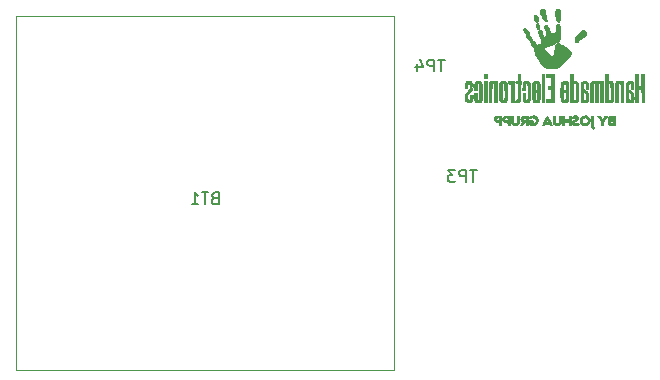
<source format=gbr>
G04 #@! TF.GenerationSoftware,KiCad,Pcbnew,(5.1.9)-1*
G04 #@! TF.CreationDate,2021-01-19T13:28:18-05:00*
G04 #@! TF.ProjectId,Star,53746172-2e6b-4696-9361-645f70636258,rev?*
G04 #@! TF.SameCoordinates,Original*
G04 #@! TF.FileFunction,Legend,Bot*
G04 #@! TF.FilePolarity,Positive*
%FSLAX46Y46*%
G04 Gerber Fmt 4.6, Leading zero omitted, Abs format (unit mm)*
G04 Created by KiCad (PCBNEW (5.1.9)-1) date 2021-01-19 13:28:18*
%MOMM*%
%LPD*%
G01*
G04 APERTURE LIST*
%ADD10C,0.010000*%
%ADD11C,0.120000*%
%ADD12C,0.150000*%
G04 APERTURE END LIST*
D10*
G36*
X128441864Y-84405124D02*
G01*
X128379558Y-84457569D01*
X128345487Y-84527650D01*
X128313891Y-84677100D01*
X128341140Y-84816878D01*
X128396900Y-84917381D01*
X128456895Y-85010300D01*
X128530104Y-85131908D01*
X128595846Y-85247250D01*
X128663034Y-85360576D01*
X128716495Y-85426859D01*
X128766852Y-85457703D01*
X128793721Y-85463408D01*
X128865520Y-85455444D01*
X128897327Y-85411666D01*
X128897311Y-85352959D01*
X128879354Y-85254292D01*
X128847208Y-85135384D01*
X128841107Y-85116133D01*
X128799512Y-84972888D01*
X128764088Y-84824855D01*
X128743032Y-84707500D01*
X128710650Y-84548183D01*
X128660063Y-84446064D01*
X128588464Y-84396735D01*
X128541206Y-84390486D01*
X128441864Y-84405124D01*
G37*
X128441864Y-84405124D02*
X128379558Y-84457569D01*
X128345487Y-84527650D01*
X128313891Y-84677100D01*
X128341140Y-84816878D01*
X128396900Y-84917381D01*
X128456895Y-85010300D01*
X128530104Y-85131908D01*
X128595846Y-85247250D01*
X128663034Y-85360576D01*
X128716495Y-85426859D01*
X128766852Y-85457703D01*
X128793721Y-85463408D01*
X128865520Y-85455444D01*
X128897327Y-85411666D01*
X128897311Y-85352959D01*
X128879354Y-85254292D01*
X128847208Y-85135384D01*
X128841107Y-85116133D01*
X128799512Y-84972888D01*
X128764088Y-84824855D01*
X128743032Y-84707500D01*
X128710650Y-84548183D01*
X128660063Y-84446064D01*
X128588464Y-84396735D01*
X128541206Y-84390486D01*
X128441864Y-84405124D01*
G36*
X127822809Y-85120570D02*
G01*
X127839917Y-85275340D01*
X127881070Y-85394992D01*
X127940301Y-85473305D01*
X128011644Y-85504057D01*
X128089132Y-85481028D01*
X128132205Y-85443187D01*
X128176073Y-85351474D01*
X128179402Y-85233029D01*
X128143288Y-85109065D01*
X128112048Y-85053507D01*
X128050750Y-84979824D01*
X127984560Y-84949586D01*
X127929486Y-84945625D01*
X127819625Y-84945625D01*
X127822809Y-85120570D01*
G37*
X127822809Y-85120570D02*
X127839917Y-85275340D01*
X127881070Y-85394992D01*
X127940301Y-85473305D01*
X128011644Y-85504057D01*
X128089132Y-85481028D01*
X128132205Y-85443187D01*
X128176073Y-85351474D01*
X128179402Y-85233029D01*
X128143288Y-85109065D01*
X128112048Y-85053507D01*
X128050750Y-84979824D01*
X127984560Y-84949586D01*
X127929486Y-84945625D01*
X127819625Y-84945625D01*
X127822809Y-85120570D01*
G36*
X129724072Y-84455432D02*
G01*
X129653164Y-84545348D01*
X129640099Y-84574222D01*
X129625190Y-84656530D01*
X129622940Y-84781682D01*
X129631411Y-84932114D01*
X129648663Y-85090256D01*
X129672756Y-85238543D01*
X129701750Y-85359405D01*
X129733705Y-85435277D01*
X129735452Y-85437718D01*
X129813602Y-85511988D01*
X129888412Y-85524349D01*
X129955189Y-85474861D01*
X129980240Y-85434627D01*
X130013287Y-85340241D01*
X130021988Y-85220486D01*
X130017722Y-85138971D01*
X130014777Y-85003375D01*
X130023996Y-84866170D01*
X130035029Y-84797294D01*
X130047735Y-84642821D01*
X130013076Y-84520648D01*
X129933342Y-84437549D01*
X129909080Y-84424772D01*
X129814095Y-84412618D01*
X129724072Y-84455432D01*
G37*
X129724072Y-84455432D02*
X129653164Y-84545348D01*
X129640099Y-84574222D01*
X129625190Y-84656530D01*
X129622940Y-84781682D01*
X129631411Y-84932114D01*
X129648663Y-85090256D01*
X129672756Y-85238543D01*
X129701750Y-85359405D01*
X129733705Y-85435277D01*
X129735452Y-85437718D01*
X129813602Y-85511988D01*
X129888412Y-85524349D01*
X129955189Y-85474861D01*
X129980240Y-85434627D01*
X130013287Y-85340241D01*
X130021988Y-85220486D01*
X130017722Y-85138971D01*
X130014777Y-85003375D01*
X130023996Y-84866170D01*
X130035029Y-84797294D01*
X130047735Y-84642821D01*
X130013076Y-84520648D01*
X129933342Y-84437549D01*
X129909080Y-84424772D01*
X129814095Y-84412618D01*
X129724072Y-84455432D01*
G36*
X128054388Y-85617093D02*
G01*
X128019967Y-85683462D01*
X128014336Y-85794842D01*
X128026401Y-85884363D01*
X128050816Y-85987016D01*
X128078616Y-86066933D01*
X128093474Y-86093413D01*
X128159110Y-86132426D01*
X128231258Y-86123233D01*
X128276225Y-86079804D01*
X128283966Y-86017562D01*
X128269166Y-85922760D01*
X128238297Y-85814615D01*
X128197834Y-85712345D01*
X128154250Y-85635169D01*
X128115455Y-85602522D01*
X128054388Y-85617093D01*
G37*
X128054388Y-85617093D02*
X128019967Y-85683462D01*
X128014336Y-85794842D01*
X128026401Y-85884363D01*
X128050816Y-85987016D01*
X128078616Y-86066933D01*
X128093474Y-86093413D01*
X128159110Y-86132426D01*
X128231258Y-86123233D01*
X128276225Y-86079804D01*
X128283966Y-86017562D01*
X128269166Y-85922760D01*
X128238297Y-85814615D01*
X128197834Y-85712345D01*
X128154250Y-85635169D01*
X128115455Y-85602522D01*
X128054388Y-85617093D01*
G36*
X131976860Y-86214350D02*
G01*
X131911316Y-86232839D01*
X131775026Y-86304122D01*
X131632231Y-86425263D01*
X131494272Y-86585176D01*
X131389419Y-86743064D01*
X131305388Y-86909029D01*
X131269525Y-87038946D01*
X131281159Y-87137349D01*
X131322563Y-87194954D01*
X131368848Y-87233830D01*
X131404643Y-87240433D01*
X131460725Y-87217481D01*
X131478813Y-87208749D01*
X131533194Y-87173360D01*
X131550250Y-87148365D01*
X131574864Y-87120202D01*
X131640683Y-87066884D01*
X131735673Y-86997869D01*
X131783729Y-86964885D01*
X131973347Y-86825171D01*
X132105804Y-86698749D01*
X132184720Y-86580533D01*
X132213717Y-86465441D01*
X132204063Y-86374776D01*
X132162875Y-86298367D01*
X132106578Y-86244915D01*
X132043034Y-86213748D01*
X131976860Y-86214350D01*
G37*
X131976860Y-86214350D02*
X131911316Y-86232839D01*
X131775026Y-86304122D01*
X131632231Y-86425263D01*
X131494272Y-86585176D01*
X131389419Y-86743064D01*
X131305388Y-86909029D01*
X131269525Y-87038946D01*
X131281159Y-87137349D01*
X131322563Y-87194954D01*
X131368848Y-87233830D01*
X131404643Y-87240433D01*
X131460725Y-87217481D01*
X131478813Y-87208749D01*
X131533194Y-87173360D01*
X131550250Y-87148365D01*
X131574864Y-87120202D01*
X131640683Y-87066884D01*
X131735673Y-86997869D01*
X131783729Y-86964885D01*
X131973347Y-86825171D01*
X132105804Y-86698749D01*
X132184720Y-86580533D01*
X132213717Y-86465441D01*
X132204063Y-86374776D01*
X132162875Y-86298367D01*
X132106578Y-86244915D01*
X132043034Y-86213748D01*
X131976860Y-86214350D01*
G36*
X129807216Y-85684853D02*
G01*
X129790962Y-85690671D01*
X129719030Y-85750148D01*
X129671257Y-85857436D01*
X129651488Y-86000184D01*
X129657059Y-86120608D01*
X129664514Y-86229978D01*
X129651921Y-86303160D01*
X129614772Y-86365536D01*
X129613178Y-86367573D01*
X129533392Y-86429757D01*
X129424644Y-86468875D01*
X129314184Y-86478194D01*
X129242103Y-86459241D01*
X129205900Y-86415635D01*
X129157473Y-86323824D01*
X129103026Y-86196369D01*
X129073750Y-86118385D01*
X129008848Y-85949475D01*
X128953852Y-85837416D01*
X128904054Y-85777268D01*
X128854743Y-85764087D01*
X128801208Y-85792930D01*
X128781219Y-85811420D01*
X128710055Y-85882584D01*
X128781607Y-86160229D01*
X128820264Y-86315505D01*
X128842218Y-86424525D01*
X128848190Y-86502096D01*
X128838900Y-86563025D01*
X128815069Y-86622119D01*
X128805050Y-86641979D01*
X128746916Y-86720568D01*
X128682001Y-86758710D01*
X128625574Y-86748010D01*
X128620478Y-86743427D01*
X128597434Y-86699405D01*
X128565584Y-86612512D01*
X128531762Y-86501423D01*
X128531262Y-86499625D01*
X128477635Y-86338532D01*
X128419843Y-86234209D01*
X128353034Y-86179928D01*
X128292072Y-86168000D01*
X128214662Y-86187836D01*
X128177164Y-86249385D01*
X128178931Y-86355701D01*
X128219319Y-86509842D01*
X128219629Y-86510776D01*
X128264587Y-86634360D01*
X128312125Y-86747167D01*
X128348535Y-86818643D01*
X128391674Y-86935547D01*
X128405663Y-87077357D01*
X128388688Y-87211663D01*
X128372991Y-87255654D01*
X128309099Y-87343015D01*
X128205101Y-87399414D01*
X128112362Y-87422909D01*
X128034845Y-87431550D01*
X127996051Y-87413269D01*
X127978773Y-87375752D01*
X127947748Y-87321913D01*
X127884061Y-87238159D01*
X127799633Y-87139796D01*
X127769320Y-87106812D01*
X127683983Y-87009936D01*
X127618912Y-86925308D01*
X127584435Y-86866797D01*
X127581500Y-86854607D01*
X127561340Y-86802844D01*
X127509838Y-86727230D01*
X127470375Y-86680180D01*
X127397694Y-86586670D01*
X127364951Y-86501992D01*
X127359250Y-86430853D01*
X127334334Y-86308786D01*
X127269617Y-86180461D01*
X127180146Y-86069557D01*
X127086996Y-86002388D01*
X127020901Y-85983443D01*
X126967726Y-86007594D01*
X126940988Y-86032401D01*
X126897607Y-86098674D01*
X126896081Y-86176742D01*
X126938685Y-86276123D01*
X127027694Y-86406336D01*
X127031614Y-86411485D01*
X127102485Y-86514954D01*
X127136048Y-86597919D01*
X127141502Y-86683118D01*
X127141500Y-86683142D01*
X127143429Y-86754479D01*
X127166016Y-86814038D01*
X127219665Y-86880913D01*
X127284308Y-86945214D01*
X127364824Y-87018804D01*
X127428555Y-87070575D01*
X127460181Y-87088750D01*
X127483190Y-87114616D01*
X127486250Y-87137430D01*
X127502171Y-87199123D01*
X127544527Y-87298000D01*
X127605207Y-87417960D01*
X127676103Y-87542906D01*
X127744522Y-87650095D01*
X127798160Y-87743364D01*
X127830840Y-87829151D01*
X127835500Y-87860416D01*
X127846265Y-87947879D01*
X127880512Y-88060066D01*
X127941171Y-88203880D01*
X128031172Y-88386227D01*
X128153445Y-88614010D01*
X128161513Y-88628625D01*
X128310355Y-88884015D01*
X128443740Y-89082557D01*
X128564761Y-89228134D01*
X128676511Y-89324626D01*
X128747293Y-89363561D01*
X128826813Y-89382203D01*
X128954068Y-89395629D01*
X129113838Y-89403862D01*
X129290904Y-89406925D01*
X129470046Y-89404842D01*
X129636045Y-89397635D01*
X129773681Y-89385328D01*
X129867734Y-89367943D01*
X129884956Y-89361838D01*
X129955942Y-89315580D01*
X130044895Y-89236852D01*
X130123081Y-89153391D01*
X130247323Y-89010527D01*
X130354821Y-88896555D01*
X130467207Y-88789780D01*
X130606118Y-88668507D01*
X130609372Y-88665736D01*
X130772890Y-88500884D01*
X130874168Y-88336975D01*
X130914397Y-88171977D01*
X130915250Y-88143833D01*
X130913004Y-88080117D01*
X130901075Y-88027644D01*
X130871682Y-87975348D01*
X130817041Y-87912164D01*
X130729372Y-87827024D01*
X130624541Y-87730473D01*
X130472139Y-87603824D01*
X130344441Y-87526432D01*
X130275291Y-87501184D01*
X130133360Y-87436884D01*
X130035807Y-87356283D01*
X129938196Y-87273671D01*
X129853646Y-87251372D01*
X129777967Y-87288589D01*
X129762509Y-87304222D01*
X129696707Y-87403346D01*
X129635055Y-87541635D01*
X129587049Y-87694977D01*
X129566005Y-87803125D01*
X129526940Y-88019741D01*
X129473765Y-88194692D01*
X129409455Y-88319272D01*
X129376484Y-88357709D01*
X129316390Y-88406328D01*
X129268860Y-88413111D01*
X129216193Y-88390268D01*
X129146123Y-88337423D01*
X129070052Y-88258486D01*
X129050550Y-88234029D01*
X128983219Y-88150799D01*
X128892482Y-88046154D01*
X128807882Y-87953424D01*
X128727219Y-87865131D01*
X128684335Y-87807292D01*
X128672352Y-87765215D01*
X128684393Y-87724208D01*
X128692855Y-87707679D01*
X128766600Y-87626809D01*
X128883974Y-87559649D01*
X129025292Y-87515053D01*
X129151209Y-87501500D01*
X129253859Y-87493108D01*
X129349097Y-87462059D01*
X129461914Y-87399540D01*
X129488859Y-87382437D01*
X129601089Y-87310535D01*
X129707770Y-87242737D01*
X129775959Y-87199875D01*
X129856401Y-87146049D01*
X129916131Y-87091953D01*
X129958414Y-87027230D01*
X129986513Y-86941522D01*
X130003692Y-86824472D01*
X130013216Y-86665724D01*
X130018348Y-86454920D01*
X130018763Y-86429453D01*
X130019979Y-86176839D01*
X130013504Y-85982013D01*
X129997665Y-85839552D01*
X129970790Y-85744031D01*
X129931205Y-85690024D01*
X129877238Y-85672106D01*
X129807216Y-85684853D01*
G37*
X129807216Y-85684853D02*
X129790962Y-85690671D01*
X129719030Y-85750148D01*
X129671257Y-85857436D01*
X129651488Y-86000184D01*
X129657059Y-86120608D01*
X129664514Y-86229978D01*
X129651921Y-86303160D01*
X129614772Y-86365536D01*
X129613178Y-86367573D01*
X129533392Y-86429757D01*
X129424644Y-86468875D01*
X129314184Y-86478194D01*
X129242103Y-86459241D01*
X129205900Y-86415635D01*
X129157473Y-86323824D01*
X129103026Y-86196369D01*
X129073750Y-86118385D01*
X129008848Y-85949475D01*
X128953852Y-85837416D01*
X128904054Y-85777268D01*
X128854743Y-85764087D01*
X128801208Y-85792930D01*
X128781219Y-85811420D01*
X128710055Y-85882584D01*
X128781607Y-86160229D01*
X128820264Y-86315505D01*
X128842218Y-86424525D01*
X128848190Y-86502096D01*
X128838900Y-86563025D01*
X128815069Y-86622119D01*
X128805050Y-86641979D01*
X128746916Y-86720568D01*
X128682001Y-86758710D01*
X128625574Y-86748010D01*
X128620478Y-86743427D01*
X128597434Y-86699405D01*
X128565584Y-86612512D01*
X128531762Y-86501423D01*
X128531262Y-86499625D01*
X128477635Y-86338532D01*
X128419843Y-86234209D01*
X128353034Y-86179928D01*
X128292072Y-86168000D01*
X128214662Y-86187836D01*
X128177164Y-86249385D01*
X128178931Y-86355701D01*
X128219319Y-86509842D01*
X128219629Y-86510776D01*
X128264587Y-86634360D01*
X128312125Y-86747167D01*
X128348535Y-86818643D01*
X128391674Y-86935547D01*
X128405663Y-87077357D01*
X128388688Y-87211663D01*
X128372991Y-87255654D01*
X128309099Y-87343015D01*
X128205101Y-87399414D01*
X128112362Y-87422909D01*
X128034845Y-87431550D01*
X127996051Y-87413269D01*
X127978773Y-87375752D01*
X127947748Y-87321913D01*
X127884061Y-87238159D01*
X127799633Y-87139796D01*
X127769320Y-87106812D01*
X127683983Y-87009936D01*
X127618912Y-86925308D01*
X127584435Y-86866797D01*
X127581500Y-86854607D01*
X127561340Y-86802844D01*
X127509838Y-86727230D01*
X127470375Y-86680180D01*
X127397694Y-86586670D01*
X127364951Y-86501992D01*
X127359250Y-86430853D01*
X127334334Y-86308786D01*
X127269617Y-86180461D01*
X127180146Y-86069557D01*
X127086996Y-86002388D01*
X127020901Y-85983443D01*
X126967726Y-86007594D01*
X126940988Y-86032401D01*
X126897607Y-86098674D01*
X126896081Y-86176742D01*
X126938685Y-86276123D01*
X127027694Y-86406336D01*
X127031614Y-86411485D01*
X127102485Y-86514954D01*
X127136048Y-86597919D01*
X127141502Y-86683118D01*
X127141500Y-86683142D01*
X127143429Y-86754479D01*
X127166016Y-86814038D01*
X127219665Y-86880913D01*
X127284308Y-86945214D01*
X127364824Y-87018804D01*
X127428555Y-87070575D01*
X127460181Y-87088750D01*
X127483190Y-87114616D01*
X127486250Y-87137430D01*
X127502171Y-87199123D01*
X127544527Y-87298000D01*
X127605207Y-87417960D01*
X127676103Y-87542906D01*
X127744522Y-87650095D01*
X127798160Y-87743364D01*
X127830840Y-87829151D01*
X127835500Y-87860416D01*
X127846265Y-87947879D01*
X127880512Y-88060066D01*
X127941171Y-88203880D01*
X128031172Y-88386227D01*
X128153445Y-88614010D01*
X128161513Y-88628625D01*
X128310355Y-88884015D01*
X128443740Y-89082557D01*
X128564761Y-89228134D01*
X128676511Y-89324626D01*
X128747293Y-89363561D01*
X128826813Y-89382203D01*
X128954068Y-89395629D01*
X129113838Y-89403862D01*
X129290904Y-89406925D01*
X129470046Y-89404842D01*
X129636045Y-89397635D01*
X129773681Y-89385328D01*
X129867734Y-89367943D01*
X129884956Y-89361838D01*
X129955942Y-89315580D01*
X130044895Y-89236852D01*
X130123081Y-89153391D01*
X130247323Y-89010527D01*
X130354821Y-88896555D01*
X130467207Y-88789780D01*
X130606118Y-88668507D01*
X130609372Y-88665736D01*
X130772890Y-88500884D01*
X130874168Y-88336975D01*
X130914397Y-88171977D01*
X130915250Y-88143833D01*
X130913004Y-88080117D01*
X130901075Y-88027644D01*
X130871682Y-87975348D01*
X130817041Y-87912164D01*
X130729372Y-87827024D01*
X130624541Y-87730473D01*
X130472139Y-87603824D01*
X130344441Y-87526432D01*
X130275291Y-87501184D01*
X130133360Y-87436884D01*
X130035807Y-87356283D01*
X129938196Y-87273671D01*
X129853646Y-87251372D01*
X129777967Y-87288589D01*
X129762509Y-87304222D01*
X129696707Y-87403346D01*
X129635055Y-87541635D01*
X129587049Y-87694977D01*
X129566005Y-87803125D01*
X129526940Y-88019741D01*
X129473765Y-88194692D01*
X129409455Y-88319272D01*
X129376484Y-88357709D01*
X129316390Y-88406328D01*
X129268860Y-88413111D01*
X129216193Y-88390268D01*
X129146123Y-88337423D01*
X129070052Y-88258486D01*
X129050550Y-88234029D01*
X128983219Y-88150799D01*
X128892482Y-88046154D01*
X128807882Y-87953424D01*
X128727219Y-87865131D01*
X128684335Y-87807292D01*
X128672352Y-87765215D01*
X128684393Y-87724208D01*
X128692855Y-87707679D01*
X128766600Y-87626809D01*
X128883974Y-87559649D01*
X129025292Y-87515053D01*
X129151209Y-87501500D01*
X129253859Y-87493108D01*
X129349097Y-87462059D01*
X129461914Y-87399540D01*
X129488859Y-87382437D01*
X129601089Y-87310535D01*
X129707770Y-87242737D01*
X129775959Y-87199875D01*
X129856401Y-87146049D01*
X129916131Y-87091953D01*
X129958414Y-87027230D01*
X129986513Y-86941522D01*
X130003692Y-86824472D01*
X130013216Y-86665724D01*
X130018348Y-86454920D01*
X130018763Y-86429453D01*
X130019979Y-86176839D01*
X130013504Y-85982013D01*
X129997665Y-85839552D01*
X129970790Y-85744031D01*
X129931205Y-85690024D01*
X129877238Y-85672106D01*
X129807216Y-85684853D01*
G36*
X123612750Y-90295500D02*
G01*
X123835000Y-90295500D01*
X123835000Y-89914500D01*
X123612750Y-89914500D01*
X123612750Y-90295500D01*
G37*
X123612750Y-90295500D02*
X123835000Y-90295500D01*
X123835000Y-89914500D01*
X123612750Y-89914500D01*
X123612750Y-90295500D01*
G36*
X122169742Y-90491494D02*
G01*
X122106048Y-90505722D01*
X122037443Y-90564696D01*
X121989242Y-90676233D01*
X121964460Y-90831824D01*
X121961750Y-90913048D01*
X121961750Y-91121000D01*
X122057000Y-91121000D01*
X122118430Y-91115851D01*
X122145483Y-91088185D01*
X122152136Y-91019670D01*
X122152250Y-90996066D01*
X122164533Y-90860461D01*
X122198461Y-90762415D01*
X122249653Y-90712446D01*
X122272115Y-90708250D01*
X122344062Y-90727920D01*
X122387149Y-90791589D01*
X122405163Y-90906243D01*
X122406250Y-90955812D01*
X122404488Y-91036540D01*
X122393697Y-91097698D01*
X122365628Y-91154429D01*
X122312028Y-91221877D01*
X122224644Y-91315184D01*
X122191938Y-91349105D01*
X121977625Y-91571037D01*
X121966677Y-91868325D01*
X121962547Y-92008765D01*
X121964558Y-92101269D01*
X121975574Y-92161317D01*
X121998460Y-92204390D01*
X122036081Y-92245966D01*
X122036671Y-92246556D01*
X122140318Y-92309417D01*
X122270325Y-92332379D01*
X122403370Y-92315086D01*
X122516128Y-92257184D01*
X122520002Y-92253919D01*
X122564805Y-92208458D01*
X122592622Y-92155107D01*
X122609154Y-92075979D01*
X122620100Y-91953190D01*
X122621197Y-91936419D01*
X122636851Y-91692500D01*
X122409281Y-91692500D01*
X122399828Y-91890937D01*
X122393411Y-91999075D01*
X122382101Y-92058417D01*
X122358172Y-92083607D01*
X122313898Y-92089286D01*
X122295125Y-92089375D01*
X122199875Y-92089375D01*
X122190538Y-91877282D01*
X122181200Y-91665189D01*
X122385079Y-91456231D01*
X122502060Y-91326074D01*
X122579077Y-91217778D01*
X122608729Y-91148417D01*
X122628196Y-90973563D01*
X122618640Y-90808154D01*
X122583064Y-90666238D01*
X122524469Y-90561865D01*
X122474526Y-90520305D01*
X122392825Y-90496758D01*
X122280628Y-90486734D01*
X122169742Y-90491494D01*
G37*
X122169742Y-90491494D02*
X122106048Y-90505722D01*
X122037443Y-90564696D01*
X121989242Y-90676233D01*
X121964460Y-90831824D01*
X121961750Y-90913048D01*
X121961750Y-91121000D01*
X122057000Y-91121000D01*
X122118430Y-91115851D01*
X122145483Y-91088185D01*
X122152136Y-91019670D01*
X122152250Y-90996066D01*
X122164533Y-90860461D01*
X122198461Y-90762415D01*
X122249653Y-90712446D01*
X122272115Y-90708250D01*
X122344062Y-90727920D01*
X122387149Y-90791589D01*
X122405163Y-90906243D01*
X122406250Y-90955812D01*
X122404488Y-91036540D01*
X122393697Y-91097698D01*
X122365628Y-91154429D01*
X122312028Y-91221877D01*
X122224644Y-91315184D01*
X122191938Y-91349105D01*
X121977625Y-91571037D01*
X121966677Y-91868325D01*
X121962547Y-92008765D01*
X121964558Y-92101269D01*
X121975574Y-92161317D01*
X121998460Y-92204390D01*
X122036081Y-92245966D01*
X122036671Y-92246556D01*
X122140318Y-92309417D01*
X122270325Y-92332379D01*
X122403370Y-92315086D01*
X122516128Y-92257184D01*
X122520002Y-92253919D01*
X122564805Y-92208458D01*
X122592622Y-92155107D01*
X122609154Y-92075979D01*
X122620100Y-91953190D01*
X122621197Y-91936419D01*
X122636851Y-91692500D01*
X122409281Y-91692500D01*
X122399828Y-91890937D01*
X122393411Y-91999075D01*
X122382101Y-92058417D01*
X122358172Y-92083607D01*
X122313898Y-92089286D01*
X122295125Y-92089375D01*
X122199875Y-92089375D01*
X122190538Y-91877282D01*
X122181200Y-91665189D01*
X122385079Y-91456231D01*
X122502060Y-91326074D01*
X122579077Y-91217778D01*
X122608729Y-91148417D01*
X122628196Y-90973563D01*
X122618640Y-90808154D01*
X122583064Y-90666238D01*
X122524469Y-90561865D01*
X122474526Y-90520305D01*
X122392825Y-90496758D01*
X122280628Y-90486734D01*
X122169742Y-90491494D01*
G36*
X122959309Y-90503864D02*
G01*
X122864495Y-90560910D01*
X122801127Y-90662321D01*
X122765904Y-90813278D01*
X122755500Y-91008855D01*
X122755500Y-91248000D01*
X122975182Y-91248000D01*
X122984404Y-90986413D01*
X122990967Y-90854963D01*
X123001353Y-90774346D01*
X123018643Y-90731903D01*
X123045918Y-90714972D01*
X123050713Y-90713916D01*
X123098924Y-90709097D01*
X123135531Y-90720322D01*
X123162103Y-90754850D01*
X123180206Y-90819939D01*
X123191410Y-90922847D01*
X123197281Y-91070831D01*
X123199389Y-91271149D01*
X123199514Y-91402700D01*
X123198042Y-91597264D01*
X123194228Y-91771410D01*
X123188504Y-91914651D01*
X123181301Y-92016502D01*
X123173051Y-92066480D01*
X123172111Y-92068340D01*
X123122958Y-92097352D01*
X123069410Y-92100090D01*
X123032053Y-92090937D01*
X123008845Y-92067589D01*
X122995650Y-92016776D01*
X122988330Y-91925231D01*
X122984404Y-91827437D01*
X122975182Y-91565500D01*
X122749371Y-91565500D01*
X122760373Y-91869911D01*
X122766654Y-92012545D01*
X122775713Y-92106771D01*
X122791512Y-92167670D01*
X122818014Y-92210322D01*
X122859179Y-92249809D01*
X122860458Y-92250911D01*
X122965647Y-92306365D01*
X123095842Y-92328275D01*
X123221654Y-92313756D01*
X123274413Y-92291542D01*
X123321289Y-92255331D01*
X123357414Y-92202765D01*
X123384087Y-92126069D01*
X123402608Y-92017468D01*
X123414276Y-91869190D01*
X123420389Y-91673458D01*
X123422246Y-91422499D01*
X123422250Y-91406749D01*
X123420223Y-91139097D01*
X123412547Y-90928254D01*
X123396829Y-90767615D01*
X123370678Y-90650575D01*
X123331703Y-90570526D01*
X123277510Y-90520863D01*
X123205709Y-90494979D01*
X123113908Y-90486269D01*
X123088875Y-90486000D01*
X122959309Y-90503864D01*
G37*
X122959309Y-90503864D02*
X122864495Y-90560910D01*
X122801127Y-90662321D01*
X122765904Y-90813278D01*
X122755500Y-91008855D01*
X122755500Y-91248000D01*
X122975182Y-91248000D01*
X122984404Y-90986413D01*
X122990967Y-90854963D01*
X123001353Y-90774346D01*
X123018643Y-90731903D01*
X123045918Y-90714972D01*
X123050713Y-90713916D01*
X123098924Y-90709097D01*
X123135531Y-90720322D01*
X123162103Y-90754850D01*
X123180206Y-90819939D01*
X123191410Y-90922847D01*
X123197281Y-91070831D01*
X123199389Y-91271149D01*
X123199514Y-91402700D01*
X123198042Y-91597264D01*
X123194228Y-91771410D01*
X123188504Y-91914651D01*
X123181301Y-92016502D01*
X123173051Y-92066480D01*
X123172111Y-92068340D01*
X123122958Y-92097352D01*
X123069410Y-92100090D01*
X123032053Y-92090937D01*
X123008845Y-92067589D01*
X122995650Y-92016776D01*
X122988330Y-91925231D01*
X122984404Y-91827437D01*
X122975182Y-91565500D01*
X122749371Y-91565500D01*
X122760373Y-91869911D01*
X122766654Y-92012545D01*
X122775713Y-92106771D01*
X122791512Y-92167670D01*
X122818014Y-92210322D01*
X122859179Y-92249809D01*
X122860458Y-92250911D01*
X122965647Y-92306365D01*
X123095842Y-92328275D01*
X123221654Y-92313756D01*
X123274413Y-92291542D01*
X123321289Y-92255331D01*
X123357414Y-92202765D01*
X123384087Y-92126069D01*
X123402608Y-92017468D01*
X123414276Y-91869190D01*
X123420389Y-91673458D01*
X123422246Y-91422499D01*
X123422250Y-91406749D01*
X123420223Y-91139097D01*
X123412547Y-90928254D01*
X123396829Y-90767615D01*
X123370678Y-90650575D01*
X123331703Y-90570526D01*
X123277510Y-90520863D01*
X123205709Y-90494979D01*
X123113908Y-90486269D01*
X123088875Y-90486000D01*
X122959309Y-90503864D01*
G36*
X123612750Y-92327500D02*
G01*
X123702709Y-92327500D01*
X123775424Y-92320700D01*
X123813834Y-92306333D01*
X123819344Y-92270257D01*
X123824320Y-92178998D01*
X123828568Y-92040872D01*
X123831891Y-91864196D01*
X123834097Y-91657286D01*
X123834991Y-91428457D01*
X123835000Y-91401458D01*
X123835000Y-90517750D01*
X123612750Y-90517750D01*
X123612750Y-92327500D01*
G37*
X123612750Y-92327500D02*
X123702709Y-92327500D01*
X123775424Y-92320700D01*
X123813834Y-92306333D01*
X123819344Y-92270257D01*
X123824320Y-92178998D01*
X123828568Y-92040872D01*
X123831891Y-91864196D01*
X123834097Y-91657286D01*
X123834991Y-91428457D01*
X123835000Y-91401458D01*
X123835000Y-90517750D01*
X123612750Y-90517750D01*
X123612750Y-92327500D01*
G36*
X124100521Y-90538580D02*
G01*
X124091289Y-90547211D01*
X124061026Y-90585763D01*
X124037441Y-90638617D01*
X124019908Y-90713004D01*
X124007799Y-90816154D01*
X124000486Y-90955298D01*
X123997342Y-91137666D01*
X123997739Y-91370489D01*
X124000176Y-91597250D01*
X124009625Y-92311625D01*
X124112813Y-92321574D01*
X124216000Y-92331523D01*
X124216434Y-91591324D01*
X124217358Y-91376991D01*
X124219711Y-91180788D01*
X124223253Y-91012686D01*
X124227743Y-90882658D01*
X124232941Y-90800677D01*
X124236012Y-90779687D01*
X124278072Y-90723851D01*
X124347752Y-90707807D01*
X124420045Y-90735811D01*
X124431900Y-90746349D01*
X124445038Y-90780571D01*
X124455160Y-90856889D01*
X124462485Y-90979934D01*
X124467230Y-91154338D01*
X124469613Y-91384734D01*
X124470000Y-91555974D01*
X124470000Y-92327500D01*
X124692250Y-92327500D01*
X124692250Y-90517750D01*
X124597000Y-90517750D01*
X124522867Y-90530924D01*
X124501750Y-90567679D01*
X124493608Y-90595209D01*
X124460649Y-90583267D01*
X124418094Y-90551804D01*
X124308953Y-90497310D01*
X124196533Y-90492810D01*
X124100521Y-90538580D01*
G37*
X124100521Y-90538580D02*
X124091289Y-90547211D01*
X124061026Y-90585763D01*
X124037441Y-90638617D01*
X124019908Y-90713004D01*
X124007799Y-90816154D01*
X124000486Y-90955298D01*
X123997342Y-91137666D01*
X123997739Y-91370489D01*
X124000176Y-91597250D01*
X124009625Y-92311625D01*
X124112813Y-92321574D01*
X124216000Y-92331523D01*
X124216434Y-91591324D01*
X124217358Y-91376991D01*
X124219711Y-91180788D01*
X124223253Y-91012686D01*
X124227743Y-90882658D01*
X124232941Y-90800677D01*
X124236012Y-90779687D01*
X124278072Y-90723851D01*
X124347752Y-90707807D01*
X124420045Y-90735811D01*
X124431900Y-90746349D01*
X124445038Y-90780571D01*
X124455160Y-90856889D01*
X124462485Y-90979934D01*
X124467230Y-91154338D01*
X124469613Y-91384734D01*
X124470000Y-91555974D01*
X124470000Y-92327500D01*
X124692250Y-92327500D01*
X124692250Y-90517750D01*
X124597000Y-90517750D01*
X124522867Y-90530924D01*
X124501750Y-90567679D01*
X124493608Y-90595209D01*
X124460649Y-90583267D01*
X124418094Y-90551804D01*
X124308953Y-90497310D01*
X124196533Y-90492810D01*
X124100521Y-90538580D01*
G36*
X125065320Y-90514135D02*
G01*
X124958696Y-90594905D01*
X124890746Y-90722857D01*
X124881846Y-90755875D01*
X124871066Y-90836709D01*
X124862585Y-90966740D01*
X124856524Y-91131698D01*
X124853002Y-91317319D01*
X124852139Y-91509333D01*
X124854057Y-91693476D01*
X124858874Y-91855478D01*
X124866712Y-91981074D01*
X124871189Y-92021427D01*
X124913625Y-92171207D01*
X124993765Y-92270215D01*
X125113068Y-92319819D01*
X125196643Y-92326534D01*
X125298912Y-92318737D01*
X125381744Y-92300298D01*
X125401663Y-92291542D01*
X125448539Y-92255331D01*
X125484664Y-92202765D01*
X125511337Y-92126069D01*
X125529858Y-92017468D01*
X125541526Y-91869190D01*
X125547639Y-91673458D01*
X125548695Y-91530666D01*
X125329152Y-91530666D01*
X125328932Y-91703894D01*
X125326346Y-91857737D01*
X125321244Y-91980375D01*
X125313475Y-92059982D01*
X125306084Y-92084083D01*
X125250813Y-92105047D01*
X125175547Y-92101338D01*
X125111902Y-92077257D01*
X125092522Y-92055028D01*
X125083859Y-91999974D01*
X125077766Y-91895237D01*
X125074110Y-91753334D01*
X125072761Y-91586777D01*
X125073585Y-91408082D01*
X125076450Y-91229764D01*
X125081223Y-91064338D01*
X125087773Y-90924318D01*
X125095966Y-90822219D01*
X125105671Y-90770556D01*
X125106118Y-90769662D01*
X125164105Y-90717216D01*
X125239252Y-90715325D01*
X125289150Y-90746349D01*
X125299988Y-90787590D01*
X125309357Y-90880387D01*
X125317107Y-91012916D01*
X125323089Y-91173354D01*
X125327154Y-91349879D01*
X125329152Y-91530666D01*
X125548695Y-91530666D01*
X125549496Y-91422499D01*
X125549500Y-91406749D01*
X125547553Y-91139437D01*
X125540049Y-90928912D01*
X125524498Y-90768533D01*
X125498410Y-90651662D01*
X125459295Y-90571658D01*
X125404660Y-90521883D01*
X125332017Y-90495697D01*
X125238874Y-90486460D01*
X125204108Y-90486000D01*
X125065320Y-90514135D01*
G37*
X125065320Y-90514135D02*
X124958696Y-90594905D01*
X124890746Y-90722857D01*
X124881846Y-90755875D01*
X124871066Y-90836709D01*
X124862585Y-90966740D01*
X124856524Y-91131698D01*
X124853002Y-91317319D01*
X124852139Y-91509333D01*
X124854057Y-91693476D01*
X124858874Y-91855478D01*
X124866712Y-91981074D01*
X124871189Y-92021427D01*
X124913625Y-92171207D01*
X124993765Y-92270215D01*
X125113068Y-92319819D01*
X125196643Y-92326534D01*
X125298912Y-92318737D01*
X125381744Y-92300298D01*
X125401663Y-92291542D01*
X125448539Y-92255331D01*
X125484664Y-92202765D01*
X125511337Y-92126069D01*
X125529858Y-92017468D01*
X125541526Y-91869190D01*
X125547639Y-91673458D01*
X125548695Y-91530666D01*
X125329152Y-91530666D01*
X125328932Y-91703894D01*
X125326346Y-91857737D01*
X125321244Y-91980375D01*
X125313475Y-92059982D01*
X125306084Y-92084083D01*
X125250813Y-92105047D01*
X125175547Y-92101338D01*
X125111902Y-92077257D01*
X125092522Y-92055028D01*
X125083859Y-91999974D01*
X125077766Y-91895237D01*
X125074110Y-91753334D01*
X125072761Y-91586777D01*
X125073585Y-91408082D01*
X125076450Y-91229764D01*
X125081223Y-91064338D01*
X125087773Y-90924318D01*
X125095966Y-90822219D01*
X125105671Y-90770556D01*
X125106118Y-90769662D01*
X125164105Y-90717216D01*
X125239252Y-90715325D01*
X125289150Y-90746349D01*
X125299988Y-90787590D01*
X125309357Y-90880387D01*
X125317107Y-91012916D01*
X125323089Y-91173354D01*
X125327154Y-91349879D01*
X125329152Y-91530666D01*
X125548695Y-91530666D01*
X125549496Y-91422499D01*
X125549500Y-91406749D01*
X125547553Y-91139437D01*
X125540049Y-90928912D01*
X125524498Y-90768533D01*
X125498410Y-90651662D01*
X125459295Y-90571658D01*
X125404660Y-90521883D01*
X125332017Y-90495697D01*
X125238874Y-90486460D01*
X125204108Y-90486000D01*
X125065320Y-90514135D01*
G36*
X125670255Y-90494243D02*
G01*
X125649474Y-90530644D01*
X125644751Y-90612705D01*
X125644750Y-90613000D01*
X125648712Y-90694539D01*
X125669043Y-90730790D01*
X125718417Y-90739855D01*
X125733650Y-90740000D01*
X125783468Y-90741945D01*
X125822102Y-90752551D01*
X125850975Y-90778976D01*
X125871505Y-90828374D01*
X125885114Y-90907904D01*
X125893222Y-91024720D01*
X125897249Y-91185979D01*
X125898616Y-91398839D01*
X125898750Y-91571849D01*
X125898750Y-92327500D01*
X126121000Y-92327500D01*
X126121000Y-90517750D01*
X126025750Y-90517750D01*
X125958881Y-90527465D01*
X125930508Y-90550874D01*
X125930500Y-90551300D01*
X125909107Y-90560582D01*
X125859936Y-90535425D01*
X125778705Y-90497182D01*
X125717061Y-90486000D01*
X125670255Y-90494243D01*
G37*
X125670255Y-90494243D02*
X125649474Y-90530644D01*
X125644751Y-90612705D01*
X125644750Y-90613000D01*
X125648712Y-90694539D01*
X125669043Y-90730790D01*
X125718417Y-90739855D01*
X125733650Y-90740000D01*
X125783468Y-90741945D01*
X125822102Y-90752551D01*
X125850975Y-90778976D01*
X125871505Y-90828374D01*
X125885114Y-90907904D01*
X125893222Y-91024720D01*
X125897249Y-91185979D01*
X125898616Y-91398839D01*
X125898750Y-91571849D01*
X125898750Y-92327500D01*
X126121000Y-92327500D01*
X126121000Y-90517750D01*
X126025750Y-90517750D01*
X125958881Y-90527465D01*
X125930508Y-90550874D01*
X125930500Y-90551300D01*
X125909107Y-90560582D01*
X125859936Y-90535425D01*
X125778705Y-90497182D01*
X125717061Y-90486000D01*
X125670255Y-90494243D01*
G36*
X126438500Y-90517750D02*
G01*
X126343250Y-90517750D01*
X126275785Y-90525617D01*
X126250919Y-90562727D01*
X126248000Y-90613000D01*
X126255868Y-90680465D01*
X126292978Y-90705331D01*
X126343250Y-90708250D01*
X126438500Y-90708250D01*
X126438500Y-91384525D01*
X126437828Y-91622471D01*
X126434927Y-91804385D01*
X126428478Y-91937725D01*
X126417157Y-92029952D01*
X126399642Y-92088525D01*
X126374612Y-92120906D01*
X126340744Y-92134554D01*
X126305150Y-92137000D01*
X126262458Y-92155446D01*
X126248179Y-92219497D01*
X126248000Y-92232250D01*
X126254353Y-92296601D01*
X126286327Y-92322723D01*
X126357355Y-92327500D01*
X126484890Y-92297373D01*
X126555793Y-92250928D01*
X126644875Y-92174356D01*
X126654472Y-91441303D01*
X126658149Y-91202551D01*
X126662484Y-91020244D01*
X126668012Y-90887326D01*
X126675267Y-90796741D01*
X126684785Y-90741435D01*
X126697100Y-90714351D01*
X126710035Y-90708250D01*
X126746101Y-90679665D01*
X126756000Y-90613000D01*
X126741801Y-90537380D01*
X126708375Y-90517750D01*
X126685141Y-90506614D01*
X126670669Y-90465972D01*
X126663150Y-90384973D01*
X126660776Y-90252765D01*
X126660750Y-90232000D01*
X126660750Y-89946250D01*
X126438500Y-89946250D01*
X126438500Y-90517750D01*
G37*
X126438500Y-90517750D02*
X126343250Y-90517750D01*
X126275785Y-90525617D01*
X126250919Y-90562727D01*
X126248000Y-90613000D01*
X126255868Y-90680465D01*
X126292978Y-90705331D01*
X126343250Y-90708250D01*
X126438500Y-90708250D01*
X126438500Y-91384525D01*
X126437828Y-91622471D01*
X126434927Y-91804385D01*
X126428478Y-91937725D01*
X126417157Y-92029952D01*
X126399642Y-92088525D01*
X126374612Y-92120906D01*
X126340744Y-92134554D01*
X126305150Y-92137000D01*
X126262458Y-92155446D01*
X126248179Y-92219497D01*
X126248000Y-92232250D01*
X126254353Y-92296601D01*
X126286327Y-92322723D01*
X126357355Y-92327500D01*
X126484890Y-92297373D01*
X126555793Y-92250928D01*
X126644875Y-92174356D01*
X126654472Y-91441303D01*
X126658149Y-91202551D01*
X126662484Y-91020244D01*
X126668012Y-90887326D01*
X126675267Y-90796741D01*
X126684785Y-90741435D01*
X126697100Y-90714351D01*
X126710035Y-90708250D01*
X126746101Y-90679665D01*
X126756000Y-90613000D01*
X126741801Y-90537380D01*
X126708375Y-90517750D01*
X126685141Y-90506614D01*
X126670669Y-90465972D01*
X126663150Y-90384973D01*
X126660776Y-90252765D01*
X126660750Y-90232000D01*
X126660750Y-89946250D01*
X126438500Y-89946250D01*
X126438500Y-90517750D01*
G36*
X127001943Y-90529991D02*
G01*
X126956208Y-90562588D01*
X126914617Y-90602192D01*
X126887790Y-90644575D01*
X126871766Y-90704820D01*
X126862584Y-90798006D01*
X126856282Y-90939214D01*
X126856123Y-90943588D01*
X126845121Y-91248000D01*
X127041750Y-91248000D01*
X127041750Y-91016224D01*
X127047899Y-90868340D01*
X127068969Y-90773831D01*
X127108896Y-90723527D01*
X127171618Y-90708262D01*
X127173983Y-90708250D01*
X127214414Y-90716732D01*
X127245050Y-90747022D01*
X127267160Y-90806389D01*
X127282009Y-90902099D01*
X127290864Y-91041420D01*
X127294993Y-91231618D01*
X127295750Y-91406750D01*
X127294272Y-91638674D01*
X127288991Y-91814415D01*
X127278642Y-91941242D01*
X127261957Y-92026421D01*
X127237670Y-92077220D01*
X127204514Y-92100904D01*
X127173983Y-92105250D01*
X127110488Y-92090929D01*
X127069909Y-92041857D01*
X127048310Y-91948865D01*
X127041756Y-91802784D01*
X127041750Y-91797275D01*
X127041750Y-91565500D01*
X126851250Y-91565500D01*
X126851250Y-91837462D01*
X126859547Y-92028976D01*
X126887540Y-92166190D01*
X126939881Y-92256500D01*
X127021226Y-92307298D01*
X127136228Y-92325979D01*
X127159043Y-92326490D01*
X127288706Y-92307437D01*
X127375017Y-92256062D01*
X127423090Y-92203878D01*
X127459340Y-92135485D01*
X127485245Y-92042135D01*
X127502285Y-91915075D01*
X127511938Y-91745557D01*
X127515682Y-91524830D01*
X127515860Y-91422625D01*
X127513610Y-91173868D01*
X127506637Y-90980077D01*
X127493578Y-90832807D01*
X127473071Y-90723614D01*
X127443750Y-90644052D01*
X127404254Y-90585677D01*
X127376336Y-90558362D01*
X127259988Y-90496922D01*
X127128285Y-90487535D01*
X127001943Y-90529991D01*
G37*
X127001943Y-90529991D02*
X126956208Y-90562588D01*
X126914617Y-90602192D01*
X126887790Y-90644575D01*
X126871766Y-90704820D01*
X126862584Y-90798006D01*
X126856282Y-90939214D01*
X126856123Y-90943588D01*
X126845121Y-91248000D01*
X127041750Y-91248000D01*
X127041750Y-91016224D01*
X127047899Y-90868340D01*
X127068969Y-90773831D01*
X127108896Y-90723527D01*
X127171618Y-90708262D01*
X127173983Y-90708250D01*
X127214414Y-90716732D01*
X127245050Y-90747022D01*
X127267160Y-90806389D01*
X127282009Y-90902099D01*
X127290864Y-91041420D01*
X127294993Y-91231618D01*
X127295750Y-91406750D01*
X127294272Y-91638674D01*
X127288991Y-91814415D01*
X127278642Y-91941242D01*
X127261957Y-92026421D01*
X127237670Y-92077220D01*
X127204514Y-92100904D01*
X127173983Y-92105250D01*
X127110488Y-92090929D01*
X127069909Y-92041857D01*
X127048310Y-91948865D01*
X127041756Y-91802784D01*
X127041750Y-91797275D01*
X127041750Y-91565500D01*
X126851250Y-91565500D01*
X126851250Y-91837462D01*
X126859547Y-92028976D01*
X126887540Y-92166190D01*
X126939881Y-92256500D01*
X127021226Y-92307298D01*
X127136228Y-92325979D01*
X127159043Y-92326490D01*
X127288706Y-92307437D01*
X127375017Y-92256062D01*
X127423090Y-92203878D01*
X127459340Y-92135485D01*
X127485245Y-92042135D01*
X127502285Y-91915075D01*
X127511938Y-91745557D01*
X127515682Y-91524830D01*
X127515860Y-91422625D01*
X127513610Y-91173868D01*
X127506637Y-90980077D01*
X127493578Y-90832807D01*
X127473071Y-90723614D01*
X127443750Y-90644052D01*
X127404254Y-90585677D01*
X127376336Y-90558362D01*
X127259988Y-90496922D01*
X127128285Y-90487535D01*
X127001943Y-90529991D01*
G36*
X127918575Y-90493835D02*
G01*
X127824621Y-90521251D01*
X127761704Y-90563498D01*
X127715930Y-90630572D01*
X127684348Y-90732036D01*
X127664006Y-90877451D01*
X127651954Y-91076379D01*
X127651764Y-91081312D01*
X127638147Y-91438500D01*
X128091722Y-91438500D01*
X128082674Y-91763937D01*
X128077929Y-91910380D01*
X128071505Y-92005162D01*
X128060417Y-92060109D01*
X128041681Y-92087046D01*
X128012311Y-92097801D01*
X127997841Y-92100090D01*
X127938294Y-92098010D01*
X127899602Y-92065333D01*
X127877744Y-91992653D01*
X127868700Y-91870564D01*
X127867737Y-91795687D01*
X127867250Y-91565500D01*
X127645000Y-91565500D01*
X127645758Y-91763937D01*
X127658536Y-91980904D01*
X127694553Y-92144475D01*
X127753115Y-92251895D01*
X127773951Y-92271937D01*
X127859795Y-92310337D01*
X127975615Y-92325831D01*
X128091601Y-92316919D01*
X128163913Y-92291542D01*
X128210789Y-92255331D01*
X128246914Y-92202765D01*
X128273587Y-92126069D01*
X128292108Y-92017468D01*
X128303776Y-91869190D01*
X128309889Y-91673458D01*
X128311746Y-91422499D01*
X128311750Y-91406749D01*
X128310094Y-91152218D01*
X128305866Y-91008878D01*
X128089500Y-91008878D01*
X128089500Y-91279750D01*
X127864682Y-91279750D01*
X127873904Y-91021158D01*
X127886124Y-90863560D01*
X127911413Y-90763005D01*
X127952828Y-90713831D01*
X128013427Y-90710376D01*
X128037560Y-90718075D01*
X128063629Y-90739299D01*
X128079498Y-90786758D01*
X128087382Y-90872870D01*
X128089500Y-91008878D01*
X128305866Y-91008878D01*
X128304228Y-90953389D01*
X128292810Y-90802531D01*
X128274498Y-90691913D01*
X128247947Y-90613801D01*
X128211815Y-90560465D01*
X128164759Y-90524171D01*
X128157776Y-90520305D01*
X128047900Y-90489932D01*
X127918575Y-90493835D01*
G37*
X127918575Y-90493835D02*
X127824621Y-90521251D01*
X127761704Y-90563498D01*
X127715930Y-90630572D01*
X127684348Y-90732036D01*
X127664006Y-90877451D01*
X127651954Y-91076379D01*
X127651764Y-91081312D01*
X127638147Y-91438500D01*
X128091722Y-91438500D01*
X128082674Y-91763937D01*
X128077929Y-91910380D01*
X128071505Y-92005162D01*
X128060417Y-92060109D01*
X128041681Y-92087046D01*
X128012311Y-92097801D01*
X127997841Y-92100090D01*
X127938294Y-92098010D01*
X127899602Y-92065333D01*
X127877744Y-91992653D01*
X127868700Y-91870564D01*
X127867737Y-91795687D01*
X127867250Y-91565500D01*
X127645000Y-91565500D01*
X127645758Y-91763937D01*
X127658536Y-91980904D01*
X127694553Y-92144475D01*
X127753115Y-92251895D01*
X127773951Y-92271937D01*
X127859795Y-92310337D01*
X127975615Y-92325831D01*
X128091601Y-92316919D01*
X128163913Y-92291542D01*
X128210789Y-92255331D01*
X128246914Y-92202765D01*
X128273587Y-92126069D01*
X128292108Y-92017468D01*
X128303776Y-91869190D01*
X128309889Y-91673458D01*
X128311746Y-91422499D01*
X128311750Y-91406749D01*
X128310094Y-91152218D01*
X128305866Y-91008878D01*
X128089500Y-91008878D01*
X128089500Y-91279750D01*
X127864682Y-91279750D01*
X127873904Y-91021158D01*
X127886124Y-90863560D01*
X127911413Y-90763005D01*
X127952828Y-90713831D01*
X128013427Y-90710376D01*
X128037560Y-90718075D01*
X128063629Y-90739299D01*
X128079498Y-90786758D01*
X128087382Y-90872870D01*
X128089500Y-91008878D01*
X128305866Y-91008878D01*
X128304228Y-90953389D01*
X128292810Y-90802531D01*
X128274498Y-90691913D01*
X128247947Y-90613801D01*
X128211815Y-90560465D01*
X128164759Y-90524171D01*
X128157776Y-90520305D01*
X128047900Y-90489932D01*
X127918575Y-90493835D01*
G36*
X128589563Y-89920425D02*
G01*
X128486375Y-89930375D01*
X128486375Y-92311625D01*
X128589563Y-92321574D01*
X128692750Y-92331523D01*
X128692750Y-89910476D01*
X128589563Y-89920425D01*
G37*
X128589563Y-89920425D02*
X128486375Y-89930375D01*
X128486375Y-92311625D01*
X128589563Y-92321574D01*
X128692750Y-92331523D01*
X128692750Y-89910476D01*
X128589563Y-89920425D01*
G36*
X128851500Y-90168500D02*
G01*
X129264250Y-90168500D01*
X129264250Y-90962250D01*
X128978500Y-90962250D01*
X128978500Y-91216250D01*
X129264250Y-91216250D01*
X129264250Y-92073500D01*
X128851500Y-92073500D01*
X128851500Y-92327500D01*
X129169997Y-92327500D01*
X129333077Y-92324553D01*
X129438957Y-92315232D01*
X129493686Y-92298814D01*
X129503776Y-92287673D01*
X129507051Y-92247754D01*
X129509636Y-92151700D01*
X129511486Y-92006873D01*
X129512561Y-91820634D01*
X129512817Y-91600345D01*
X129512212Y-91353368D01*
X129510717Y-91089111D01*
X129502375Y-89930375D01*
X129176938Y-89921326D01*
X128851500Y-89912278D01*
X128851500Y-90168500D01*
G37*
X128851500Y-90168500D02*
X129264250Y-90168500D01*
X129264250Y-90962250D01*
X128978500Y-90962250D01*
X128978500Y-91216250D01*
X129264250Y-91216250D01*
X129264250Y-92073500D01*
X128851500Y-92073500D01*
X128851500Y-92327500D01*
X129169997Y-92327500D01*
X129333077Y-92324553D01*
X129438957Y-92315232D01*
X129493686Y-92298814D01*
X129503776Y-92287673D01*
X129507051Y-92247754D01*
X129509636Y-92151700D01*
X129511486Y-92006873D01*
X129512561Y-91820634D01*
X129512817Y-91600345D01*
X129512212Y-91353368D01*
X129510717Y-91089111D01*
X129502375Y-89930375D01*
X129176938Y-89921326D01*
X128851500Y-89912278D01*
X128851500Y-90168500D01*
G36*
X130333802Y-90493249D02*
G01*
X130240346Y-90520009D01*
X130175612Y-90558672D01*
X130129377Y-90613356D01*
X130098157Y-90694815D01*
X130078464Y-90813808D01*
X130066813Y-90981091D01*
X130063573Y-91065437D01*
X130051312Y-91438500D01*
X130504722Y-91438500D01*
X130495674Y-91763937D01*
X130490929Y-91910380D01*
X130484505Y-92005162D01*
X130473417Y-92060109D01*
X130454681Y-92087046D01*
X130425311Y-92097801D01*
X130410841Y-92100090D01*
X130351294Y-92098010D01*
X130312602Y-92065333D01*
X130290744Y-91992653D01*
X130281700Y-91870564D01*
X130280737Y-91795687D01*
X130280250Y-91565500D01*
X130058000Y-91565500D01*
X130058178Y-91779812D01*
X130070929Y-91996951D01*
X130108627Y-92157388D01*
X130171044Y-92260286D01*
X130193299Y-92278938D01*
X130282138Y-92313154D01*
X130399484Y-92325294D01*
X130513933Y-92314326D01*
X130576913Y-92291542D01*
X130623789Y-92255331D01*
X130659914Y-92202765D01*
X130686587Y-92126069D01*
X130705108Y-92017468D01*
X130716776Y-91869190D01*
X130722889Y-91673458D01*
X130724746Y-91422499D01*
X130724750Y-91406749D01*
X130723094Y-91152218D01*
X130718866Y-91008878D01*
X130502500Y-91008878D01*
X130502500Y-91279750D01*
X130277682Y-91279750D01*
X130286904Y-91021158D01*
X130299124Y-90863560D01*
X130324413Y-90763005D01*
X130365828Y-90713831D01*
X130426427Y-90710376D01*
X130450560Y-90718075D01*
X130476629Y-90739299D01*
X130492498Y-90786758D01*
X130500382Y-90872870D01*
X130502500Y-91008878D01*
X130718866Y-91008878D01*
X130717228Y-90953389D01*
X130705810Y-90802531D01*
X130687498Y-90691913D01*
X130660947Y-90613801D01*
X130624815Y-90560465D01*
X130577759Y-90524171D01*
X130570776Y-90520305D01*
X130461935Y-90490092D01*
X130333802Y-90493249D01*
G37*
X130333802Y-90493249D02*
X130240346Y-90520009D01*
X130175612Y-90558672D01*
X130129377Y-90613356D01*
X130098157Y-90694815D01*
X130078464Y-90813808D01*
X130066813Y-90981091D01*
X130063573Y-91065437D01*
X130051312Y-91438500D01*
X130504722Y-91438500D01*
X130495674Y-91763937D01*
X130490929Y-91910380D01*
X130484505Y-92005162D01*
X130473417Y-92060109D01*
X130454681Y-92087046D01*
X130425311Y-92097801D01*
X130410841Y-92100090D01*
X130351294Y-92098010D01*
X130312602Y-92065333D01*
X130290744Y-91992653D01*
X130281700Y-91870564D01*
X130280737Y-91795687D01*
X130280250Y-91565500D01*
X130058000Y-91565500D01*
X130058178Y-91779812D01*
X130070929Y-91996951D01*
X130108627Y-92157388D01*
X130171044Y-92260286D01*
X130193299Y-92278938D01*
X130282138Y-92313154D01*
X130399484Y-92325294D01*
X130513933Y-92314326D01*
X130576913Y-92291542D01*
X130623789Y-92255331D01*
X130659914Y-92202765D01*
X130686587Y-92126069D01*
X130705108Y-92017468D01*
X130716776Y-91869190D01*
X130722889Y-91673458D01*
X130724746Y-91422499D01*
X130724750Y-91406749D01*
X130723094Y-91152218D01*
X130718866Y-91008878D01*
X130502500Y-91008878D01*
X130502500Y-91279750D01*
X130277682Y-91279750D01*
X130286904Y-91021158D01*
X130299124Y-90863560D01*
X130324413Y-90763005D01*
X130365828Y-90713831D01*
X130426427Y-90710376D01*
X130450560Y-90718075D01*
X130476629Y-90739299D01*
X130492498Y-90786758D01*
X130500382Y-90872870D01*
X130502500Y-91008878D01*
X130718866Y-91008878D01*
X130717228Y-90953389D01*
X130705810Y-90802531D01*
X130687498Y-90691913D01*
X130660947Y-90613801D01*
X130624815Y-90560465D01*
X130577759Y-90524171D01*
X130570776Y-90520305D01*
X130461935Y-90490092D01*
X130333802Y-90493249D01*
G36*
X131002563Y-89920425D02*
G01*
X130899375Y-89930375D01*
X130899375Y-92311625D01*
X130986688Y-92321671D01*
X131050941Y-92319691D01*
X131072982Y-92285273D01*
X131074000Y-92266108D01*
X131074000Y-92200500D01*
X131137500Y-92264000D01*
X131232622Y-92318265D01*
X131346674Y-92325489D01*
X131456941Y-92286565D01*
X131504069Y-92249568D01*
X131582000Y-92171636D01*
X131582000Y-91750816D01*
X131354615Y-91750816D01*
X131353336Y-91898244D01*
X131350633Y-92004814D01*
X131346610Y-92060337D01*
X131345552Y-92064705D01*
X131303544Y-92100799D01*
X131235292Y-92095678D01*
X131163813Y-92052704D01*
X131143265Y-92028723D01*
X131128184Y-91993290D01*
X131117741Y-91937209D01*
X131111108Y-91851286D01*
X131107457Y-91726326D01*
X131105960Y-91553136D01*
X131105750Y-91407897D01*
X131106950Y-91175869D01*
X131111663Y-91000070D01*
X131121565Y-90873254D01*
X131138330Y-90788179D01*
X131163631Y-90737598D01*
X131199142Y-90714268D01*
X131246538Y-90710944D01*
X131266279Y-90713172D01*
X131343875Y-90724125D01*
X131352493Y-91374142D01*
X131354368Y-91572719D01*
X131354615Y-91750816D01*
X131582000Y-91750816D01*
X131582000Y-90641863D01*
X131504069Y-90563931D01*
X131398895Y-90499254D01*
X131280541Y-90491557D01*
X131176315Y-90535425D01*
X131105750Y-90584850D01*
X131105750Y-89910476D01*
X131002563Y-89920425D01*
G37*
X131002563Y-89920425D02*
X130899375Y-89930375D01*
X130899375Y-92311625D01*
X130986688Y-92321671D01*
X131050941Y-92319691D01*
X131072982Y-92285273D01*
X131074000Y-92266108D01*
X131074000Y-92200500D01*
X131137500Y-92264000D01*
X131232622Y-92318265D01*
X131346674Y-92325489D01*
X131456941Y-92286565D01*
X131504069Y-92249568D01*
X131582000Y-92171636D01*
X131582000Y-91750816D01*
X131354615Y-91750816D01*
X131353336Y-91898244D01*
X131350633Y-92004814D01*
X131346610Y-92060337D01*
X131345552Y-92064705D01*
X131303544Y-92100799D01*
X131235292Y-92095678D01*
X131163813Y-92052704D01*
X131143265Y-92028723D01*
X131128184Y-91993290D01*
X131117741Y-91937209D01*
X131111108Y-91851286D01*
X131107457Y-91726326D01*
X131105960Y-91553136D01*
X131105750Y-91407897D01*
X131106950Y-91175869D01*
X131111663Y-91000070D01*
X131121565Y-90873254D01*
X131138330Y-90788179D01*
X131163631Y-90737598D01*
X131199142Y-90714268D01*
X131246538Y-90710944D01*
X131266279Y-90713172D01*
X131343875Y-90724125D01*
X131352493Y-91374142D01*
X131354368Y-91572719D01*
X131354615Y-91750816D01*
X131582000Y-91750816D01*
X131582000Y-90641863D01*
X131504069Y-90563931D01*
X131398895Y-90499254D01*
X131280541Y-90491557D01*
X131176315Y-90535425D01*
X131105750Y-90584850D01*
X131105750Y-89910476D01*
X131002563Y-89920425D01*
G36*
X131952201Y-90508420D02*
G01*
X131854997Y-90566857D01*
X131809642Y-90629721D01*
X131799047Y-90684590D01*
X131789590Y-90796048D01*
X131781580Y-90957188D01*
X131775330Y-91161104D01*
X131771150Y-91400890D01*
X131770112Y-91507283D01*
X131763944Y-92311625D01*
X131833470Y-92321999D01*
X131906584Y-92316791D01*
X131942000Y-92300003D01*
X132002335Y-92286072D01*
X132027565Y-92297079D01*
X132121098Y-92324889D01*
X132233701Y-92317363D01*
X132333805Y-92277481D01*
X132348421Y-92266805D01*
X132383793Y-92233138D01*
X132405882Y-92192050D01*
X132417765Y-92128854D01*
X132422518Y-92028863D01*
X132423255Y-91909617D01*
X132422005Y-91872456D01*
X132216464Y-91872456D01*
X132214580Y-91978828D01*
X132206156Y-92056826D01*
X132195834Y-92084083D01*
X132140563Y-92105047D01*
X132065297Y-92101338D01*
X132001652Y-92077257D01*
X131982272Y-92055028D01*
X131973825Y-92002479D01*
X131967259Y-91903529D01*
X131963518Y-91775268D01*
X131963000Y-91704962D01*
X131963000Y-91405119D01*
X132059615Y-91455080D01*
X132136271Y-91513329D01*
X132186244Y-91584001D01*
X132186615Y-91584962D01*
X132202109Y-91655337D01*
X132212183Y-91757898D01*
X132216464Y-91872456D01*
X132422005Y-91872456D01*
X132416951Y-91722320D01*
X132393758Y-91583667D01*
X132346989Y-91479627D01*
X132269959Y-91396168D01*
X132155983Y-91319259D01*
X132136672Y-91308202D01*
X131963000Y-91210188D01*
X131963000Y-91009440D01*
X131966452Y-90867740D01*
X131979959Y-90778107D01*
X132008247Y-90729330D01*
X132056042Y-90710201D01*
X132090001Y-90708250D01*
X132149485Y-90716318D01*
X132187216Y-90747977D01*
X132207860Y-90814404D01*
X132216082Y-90926776D01*
X132217000Y-91012471D01*
X132217000Y-91216250D01*
X132413819Y-91216250D01*
X132402722Y-90927729D01*
X132396076Y-90789103D01*
X132386166Y-90698245D01*
X132368679Y-90639435D01*
X132339300Y-90596950D01*
X132302543Y-90562604D01*
X132194854Y-90503722D01*
X132071780Y-90486518D01*
X131952201Y-90508420D01*
G37*
X131952201Y-90508420D02*
X131854997Y-90566857D01*
X131809642Y-90629721D01*
X131799047Y-90684590D01*
X131789590Y-90796048D01*
X131781580Y-90957188D01*
X131775330Y-91161104D01*
X131771150Y-91400890D01*
X131770112Y-91507283D01*
X131763944Y-92311625D01*
X131833470Y-92321999D01*
X131906584Y-92316791D01*
X131942000Y-92300003D01*
X132002335Y-92286072D01*
X132027565Y-92297079D01*
X132121098Y-92324889D01*
X132233701Y-92317363D01*
X132333805Y-92277481D01*
X132348421Y-92266805D01*
X132383793Y-92233138D01*
X132405882Y-92192050D01*
X132417765Y-92128854D01*
X132422518Y-92028863D01*
X132423255Y-91909617D01*
X132422005Y-91872456D01*
X132216464Y-91872456D01*
X132214580Y-91978828D01*
X132206156Y-92056826D01*
X132195834Y-92084083D01*
X132140563Y-92105047D01*
X132065297Y-92101338D01*
X132001652Y-92077257D01*
X131982272Y-92055028D01*
X131973825Y-92002479D01*
X131967259Y-91903529D01*
X131963518Y-91775268D01*
X131963000Y-91704962D01*
X131963000Y-91405119D01*
X132059615Y-91455080D01*
X132136271Y-91513329D01*
X132186244Y-91584001D01*
X132186615Y-91584962D01*
X132202109Y-91655337D01*
X132212183Y-91757898D01*
X132216464Y-91872456D01*
X132422005Y-91872456D01*
X132416951Y-91722320D01*
X132393758Y-91583667D01*
X132346989Y-91479627D01*
X132269959Y-91396168D01*
X132155983Y-91319259D01*
X132136672Y-91308202D01*
X131963000Y-91210188D01*
X131963000Y-91009440D01*
X131966452Y-90867740D01*
X131979959Y-90778107D01*
X132008247Y-90729330D01*
X132056042Y-90710201D01*
X132090001Y-90708250D01*
X132149485Y-90716318D01*
X132187216Y-90747977D01*
X132207860Y-90814404D01*
X132216082Y-90926776D01*
X132217000Y-91012471D01*
X132217000Y-91216250D01*
X132413819Y-91216250D01*
X132402722Y-90927729D01*
X132396076Y-90789103D01*
X132386166Y-90698245D01*
X132368679Y-90639435D01*
X132339300Y-90596950D01*
X132302543Y-90562604D01*
X132194854Y-90503722D01*
X132071780Y-90486518D01*
X131952201Y-90508420D01*
G36*
X133173366Y-90497330D02*
G01*
X133091583Y-90547889D01*
X133050864Y-90587530D01*
X133016267Y-90590069D01*
X132961562Y-90555036D01*
X132948407Y-90545334D01*
X132837018Y-90492182D01*
X132735219Y-90499389D01*
X132651145Y-90565270D01*
X132621570Y-90613000D01*
X132604134Y-90653776D01*
X132590912Y-90703272D01*
X132581462Y-90769854D01*
X132575344Y-90861891D01*
X132572118Y-90987750D01*
X132571344Y-91155798D01*
X132572581Y-91374402D01*
X132573945Y-91517875D01*
X132582125Y-92311625D01*
X132685313Y-92321574D01*
X132788500Y-92331523D01*
X132788500Y-91534765D01*
X132788874Y-91287147D01*
X132790307Y-91095697D01*
X132793264Y-90953083D01*
X132798212Y-90851975D01*
X132805617Y-90785043D01*
X132815945Y-90744957D01*
X132829663Y-90724386D01*
X132840441Y-90718075D01*
X132909903Y-90716710D01*
X132943629Y-90730449D01*
X132959824Y-90747498D01*
X132972507Y-90780742D01*
X132982222Y-90837610D01*
X132989511Y-90925537D01*
X132994919Y-91051954D01*
X132998990Y-91224294D01*
X133002267Y-91449990D01*
X133003372Y-91547097D01*
X133011868Y-92331439D01*
X133114497Y-92321532D01*
X133217125Y-92311625D01*
X133225613Y-91507881D01*
X133234100Y-90704138D01*
X133320863Y-90714131D01*
X133407625Y-90724125D01*
X133439375Y-92311625D01*
X133542563Y-92321574D01*
X133645750Y-92331523D01*
X133645750Y-90517750D01*
X133550500Y-90517750D01*
X133483631Y-90527465D01*
X133455258Y-90550874D01*
X133455250Y-90551300D01*
X133433857Y-90560582D01*
X133384686Y-90535425D01*
X133279303Y-90491804D01*
X133173366Y-90497330D01*
G37*
X133173366Y-90497330D02*
X133091583Y-90547889D01*
X133050864Y-90587530D01*
X133016267Y-90590069D01*
X132961562Y-90555036D01*
X132948407Y-90545334D01*
X132837018Y-90492182D01*
X132735219Y-90499389D01*
X132651145Y-90565270D01*
X132621570Y-90613000D01*
X132604134Y-90653776D01*
X132590912Y-90703272D01*
X132581462Y-90769854D01*
X132575344Y-90861891D01*
X132572118Y-90987750D01*
X132571344Y-91155798D01*
X132572581Y-91374402D01*
X132573945Y-91517875D01*
X132582125Y-92311625D01*
X132685313Y-92321574D01*
X132788500Y-92331523D01*
X132788500Y-91534765D01*
X132788874Y-91287147D01*
X132790307Y-91095697D01*
X132793264Y-90953083D01*
X132798212Y-90851975D01*
X132805617Y-90785043D01*
X132815945Y-90744957D01*
X132829663Y-90724386D01*
X132840441Y-90718075D01*
X132909903Y-90716710D01*
X132943629Y-90730449D01*
X132959824Y-90747498D01*
X132972507Y-90780742D01*
X132982222Y-90837610D01*
X132989511Y-90925537D01*
X132994919Y-91051954D01*
X132998990Y-91224294D01*
X133002267Y-91449990D01*
X133003372Y-91547097D01*
X133011868Y-92331439D01*
X133114497Y-92321532D01*
X133217125Y-92311625D01*
X133225613Y-91507881D01*
X133234100Y-90704138D01*
X133320863Y-90714131D01*
X133407625Y-90724125D01*
X133439375Y-92311625D01*
X133542563Y-92321574D01*
X133645750Y-92331523D01*
X133645750Y-90517750D01*
X133550500Y-90517750D01*
X133483631Y-90527465D01*
X133455258Y-90550874D01*
X133455250Y-90551300D01*
X133433857Y-90560582D01*
X133384686Y-90535425D01*
X133279303Y-90491804D01*
X133173366Y-90497330D01*
G36*
X133843806Y-91113062D02*
G01*
X133852125Y-92311625D01*
X133939438Y-92321671D01*
X134003691Y-92319691D01*
X134025732Y-92285273D01*
X134026750Y-92266108D01*
X134026750Y-92200500D01*
X134090250Y-92264000D01*
X134181895Y-92315079D01*
X134295899Y-92324294D01*
X134406697Y-92291439D01*
X134443921Y-92266853D01*
X134467194Y-92246646D01*
X134485172Y-92223089D01*
X134498655Y-92188209D01*
X134508444Y-92134036D01*
X134515340Y-92052596D01*
X134520142Y-91935919D01*
X134523651Y-91776032D01*
X134524011Y-91750816D01*
X134307365Y-91750816D01*
X134306086Y-91898244D01*
X134303383Y-92004814D01*
X134299360Y-92060337D01*
X134298302Y-92064705D01*
X134256294Y-92100799D01*
X134188042Y-92095678D01*
X134116563Y-92052704D01*
X134096291Y-92029096D01*
X134081331Y-91994226D01*
X134070893Y-91939055D01*
X134064184Y-91854549D01*
X134060412Y-91731668D01*
X134058787Y-91561378D01*
X134058500Y-91389841D01*
X134059326Y-91161991D01*
X134063018Y-90990163D01*
X134071397Y-90866888D01*
X134086287Y-90784697D01*
X134109509Y-90736121D01*
X134142886Y-90713690D01*
X134188240Y-90709936D01*
X134223440Y-90713750D01*
X134296625Y-90724125D01*
X134305243Y-91374142D01*
X134307118Y-91572719D01*
X134307365Y-91750816D01*
X134524011Y-91750816D01*
X134526668Y-91564963D01*
X134528390Y-91425611D01*
X134537904Y-90645016D01*
X134458395Y-90565508D01*
X134382990Y-90515965D01*
X134290281Y-90487978D01*
X134202946Y-90484927D01*
X134143660Y-90510191D01*
X134137875Y-90517750D01*
X134104800Y-90551084D01*
X134080966Y-90527382D01*
X134065876Y-90444862D01*
X134059038Y-90301745D01*
X134058500Y-90232000D01*
X134058500Y-89914500D01*
X133835487Y-89914500D01*
X133843806Y-91113062D01*
G37*
X133843806Y-91113062D02*
X133852125Y-92311625D01*
X133939438Y-92321671D01*
X134003691Y-92319691D01*
X134025732Y-92285273D01*
X134026750Y-92266108D01*
X134026750Y-92200500D01*
X134090250Y-92264000D01*
X134181895Y-92315079D01*
X134295899Y-92324294D01*
X134406697Y-92291439D01*
X134443921Y-92266853D01*
X134467194Y-92246646D01*
X134485172Y-92223089D01*
X134498655Y-92188209D01*
X134508444Y-92134036D01*
X134515340Y-92052596D01*
X134520142Y-91935919D01*
X134523651Y-91776032D01*
X134524011Y-91750816D01*
X134307365Y-91750816D01*
X134306086Y-91898244D01*
X134303383Y-92004814D01*
X134299360Y-92060337D01*
X134298302Y-92064705D01*
X134256294Y-92100799D01*
X134188042Y-92095678D01*
X134116563Y-92052704D01*
X134096291Y-92029096D01*
X134081331Y-91994226D01*
X134070893Y-91939055D01*
X134064184Y-91854549D01*
X134060412Y-91731668D01*
X134058787Y-91561378D01*
X134058500Y-91389841D01*
X134059326Y-91161991D01*
X134063018Y-90990163D01*
X134071397Y-90866888D01*
X134086287Y-90784697D01*
X134109509Y-90736121D01*
X134142886Y-90713690D01*
X134188240Y-90709936D01*
X134223440Y-90713750D01*
X134296625Y-90724125D01*
X134305243Y-91374142D01*
X134307118Y-91572719D01*
X134307365Y-91750816D01*
X134524011Y-91750816D01*
X134526668Y-91564963D01*
X134528390Y-91425611D01*
X134537904Y-90645016D01*
X134458395Y-90565508D01*
X134382990Y-90515965D01*
X134290281Y-90487978D01*
X134202946Y-90484927D01*
X134143660Y-90510191D01*
X134137875Y-90517750D01*
X134104800Y-90551084D01*
X134080966Y-90527382D01*
X134065876Y-90444862D01*
X134059038Y-90301745D01*
X134058500Y-90232000D01*
X134058500Y-89914500D01*
X133835487Y-89914500D01*
X133843806Y-91113062D01*
G36*
X134891463Y-90494162D02*
G01*
X134795804Y-90546846D01*
X134728792Y-90647107D01*
X134709834Y-90714416D01*
X134704803Y-90775649D01*
X134701075Y-90889883D01*
X134698768Y-91046632D01*
X134698002Y-91235408D01*
X134698898Y-91445724D01*
X134700126Y-91565500D01*
X134709375Y-92311625D01*
X134812563Y-92321574D01*
X134915750Y-92331523D01*
X134915750Y-91570108D01*
X134916529Y-91354285D01*
X134918713Y-91157992D01*
X134922080Y-90990688D01*
X134926403Y-90861833D01*
X134931460Y-90780887D01*
X134935022Y-90758471D01*
X134979325Y-90718624D01*
X135050540Y-90710547D01*
X135119603Y-90736031D01*
X135131650Y-90746349D01*
X135144788Y-90780571D01*
X135154910Y-90856889D01*
X135162235Y-90979934D01*
X135166980Y-91154338D01*
X135169363Y-91384734D01*
X135169750Y-91555974D01*
X135169750Y-92327500D01*
X135259709Y-92327500D01*
X135332424Y-92320700D01*
X135370834Y-92306333D01*
X135376344Y-92270257D01*
X135381320Y-92178998D01*
X135385568Y-92040872D01*
X135388891Y-91864196D01*
X135391097Y-91657286D01*
X135391991Y-91428457D01*
X135392000Y-91401458D01*
X135392000Y-90517750D01*
X135296750Y-90517750D01*
X135222617Y-90530924D01*
X135201500Y-90567679D01*
X135193358Y-90595209D01*
X135160399Y-90583267D01*
X135117844Y-90551804D01*
X135003048Y-90494125D01*
X134891463Y-90494162D01*
G37*
X134891463Y-90494162D02*
X134795804Y-90546846D01*
X134728792Y-90647107D01*
X134709834Y-90714416D01*
X134704803Y-90775649D01*
X134701075Y-90889883D01*
X134698768Y-91046632D01*
X134698002Y-91235408D01*
X134698898Y-91445724D01*
X134700126Y-91565500D01*
X134709375Y-92311625D01*
X134812563Y-92321574D01*
X134915750Y-92331523D01*
X134915750Y-91570108D01*
X134916529Y-91354285D01*
X134918713Y-91157992D01*
X134922080Y-90990688D01*
X134926403Y-90861833D01*
X134931460Y-90780887D01*
X134935022Y-90758471D01*
X134979325Y-90718624D01*
X135050540Y-90710547D01*
X135119603Y-90736031D01*
X135131650Y-90746349D01*
X135144788Y-90780571D01*
X135154910Y-90856889D01*
X135162235Y-90979934D01*
X135166980Y-91154338D01*
X135169363Y-91384734D01*
X135169750Y-91555974D01*
X135169750Y-92327500D01*
X135259709Y-92327500D01*
X135332424Y-92320700D01*
X135370834Y-92306333D01*
X135376344Y-92270257D01*
X135381320Y-92178998D01*
X135385568Y-92040872D01*
X135388891Y-91864196D01*
X135391097Y-91657286D01*
X135391991Y-91428457D01*
X135392000Y-91401458D01*
X135392000Y-90517750D01*
X135296750Y-90517750D01*
X135222617Y-90530924D01*
X135201500Y-90567679D01*
X135193358Y-90595209D01*
X135160399Y-90583267D01*
X135117844Y-90551804D01*
X135003048Y-90494125D01*
X134891463Y-90494162D01*
G36*
X135762073Y-90518248D02*
G01*
X135675308Y-90578807D01*
X135582500Y-90671615D01*
X135582500Y-92327500D01*
X135660298Y-92327500D01*
X135731188Y-92308967D01*
X135765870Y-92277868D01*
X135792465Y-92244595D01*
X135822679Y-92263655D01*
X135834835Y-92277868D01*
X135907292Y-92320512D01*
X136005939Y-92325568D01*
X136107299Y-92295011D01*
X136171319Y-92249568D01*
X136210212Y-92204479D01*
X136233482Y-92153833D01*
X136244996Y-92080582D01*
X136248620Y-91967678D01*
X136248728Y-91908255D01*
X136243716Y-91827641D01*
X136027000Y-91827641D01*
X136024328Y-91944404D01*
X136017274Y-92035061D01*
X136007288Y-92082075D01*
X136005834Y-92084083D01*
X135952762Y-92104188D01*
X135882314Y-92100438D01*
X135827842Y-92076529D01*
X135818411Y-92063302D01*
X135812422Y-92015058D01*
X135809384Y-91919338D01*
X135809607Y-91792109D01*
X135811470Y-91706115D01*
X135820625Y-91390875D01*
X135923813Y-91491620D01*
X135977095Y-91547746D01*
X136007957Y-91599452D01*
X136022489Y-91666576D01*
X136026784Y-91768958D01*
X136027000Y-91827641D01*
X136243716Y-91827641D01*
X136236174Y-91706369D01*
X136195626Y-91552399D01*
X136121389Y-91434806D01*
X136007766Y-91342049D01*
X135954195Y-91311500D01*
X135803032Y-91232125D01*
X135811829Y-90978125D01*
X135817405Y-90851656D01*
X135826204Y-90775190D01*
X135842536Y-90735238D01*
X135870711Y-90718312D01*
X135896410Y-90713409D01*
X135957321Y-90715997D01*
X135996411Y-90750723D01*
X136017911Y-90826969D01*
X136026049Y-90954115D01*
X136026514Y-91001937D01*
X136027000Y-91216250D01*
X136217500Y-91216250D01*
X136217500Y-90963743D01*
X136213136Y-90832843D01*
X136201602Y-90718080D01*
X136185234Y-90641325D01*
X136182249Y-90633870D01*
X136110709Y-90545999D01*
X136004860Y-90496138D01*
X135882661Y-90486237D01*
X135762073Y-90518248D01*
G37*
X135762073Y-90518248D02*
X135675308Y-90578807D01*
X135582500Y-90671615D01*
X135582500Y-92327500D01*
X135660298Y-92327500D01*
X135731188Y-92308967D01*
X135765870Y-92277868D01*
X135792465Y-92244595D01*
X135822679Y-92263655D01*
X135834835Y-92277868D01*
X135907292Y-92320512D01*
X136005939Y-92325568D01*
X136107299Y-92295011D01*
X136171319Y-92249568D01*
X136210212Y-92204479D01*
X136233482Y-92153833D01*
X136244996Y-92080582D01*
X136248620Y-91967678D01*
X136248728Y-91908255D01*
X136243716Y-91827641D01*
X136027000Y-91827641D01*
X136024328Y-91944404D01*
X136017274Y-92035061D01*
X136007288Y-92082075D01*
X136005834Y-92084083D01*
X135952762Y-92104188D01*
X135882314Y-92100438D01*
X135827842Y-92076529D01*
X135818411Y-92063302D01*
X135812422Y-92015058D01*
X135809384Y-91919338D01*
X135809607Y-91792109D01*
X135811470Y-91706115D01*
X135820625Y-91390875D01*
X135923813Y-91491620D01*
X135977095Y-91547746D01*
X136007957Y-91599452D01*
X136022489Y-91666576D01*
X136026784Y-91768958D01*
X136027000Y-91827641D01*
X136243716Y-91827641D01*
X136236174Y-91706369D01*
X136195626Y-91552399D01*
X136121389Y-91434806D01*
X136007766Y-91342049D01*
X135954195Y-91311500D01*
X135803032Y-91232125D01*
X135811829Y-90978125D01*
X135817405Y-90851656D01*
X135826204Y-90775190D01*
X135842536Y-90735238D01*
X135870711Y-90718312D01*
X135896410Y-90713409D01*
X135957321Y-90715997D01*
X135996411Y-90750723D01*
X136017911Y-90826969D01*
X136026049Y-90954115D01*
X136026514Y-91001937D01*
X136027000Y-91216250D01*
X136217500Y-91216250D01*
X136217500Y-90963743D01*
X136213136Y-90832843D01*
X136201602Y-90718080D01*
X136185234Y-90641325D01*
X136182249Y-90633870D01*
X136110709Y-90545999D01*
X136004860Y-90496138D01*
X135882661Y-90486237D01*
X135762073Y-90518248D01*
G36*
X136916000Y-90962250D02*
G01*
X136630250Y-90962250D01*
X136630250Y-89914500D01*
X136408000Y-89914500D01*
X136408000Y-92327500D01*
X136630250Y-92327500D01*
X136630250Y-91216250D01*
X136914501Y-91216250D01*
X136923188Y-91763937D01*
X136931875Y-92311625D01*
X137035063Y-92321574D01*
X137138250Y-92331523D01*
X137138250Y-89914500D01*
X136916000Y-89914500D01*
X136916000Y-90962250D01*
G37*
X136916000Y-90962250D02*
X136630250Y-90962250D01*
X136630250Y-89914500D01*
X136408000Y-89914500D01*
X136408000Y-92327500D01*
X136630250Y-92327500D01*
X136630250Y-91216250D01*
X136914501Y-91216250D01*
X136923188Y-91763937D01*
X136931875Y-92311625D01*
X137035063Y-92321574D01*
X137138250Y-92331523D01*
X137138250Y-89914500D01*
X136916000Y-89914500D01*
X136916000Y-90962250D01*
G36*
X124694228Y-93441601D02*
G01*
X124614468Y-93453523D01*
X124558974Y-93479569D01*
X124516182Y-93516681D01*
X124448550Y-93621613D01*
X124434400Y-93734746D01*
X124467361Y-93843079D01*
X124541059Y-93933617D01*
X124649120Y-93993358D01*
X124758187Y-94010250D01*
X124837918Y-94013409D01*
X124873347Y-94035107D01*
X124882451Y-94093674D01*
X124882750Y-94137250D01*
X124887083Y-94219073D01*
X124907518Y-94255441D01*
X124955213Y-94264204D01*
X124962125Y-94264250D01*
X125041500Y-94264250D01*
X125041500Y-93724500D01*
X124882750Y-93724500D01*
X124878509Y-93806244D01*
X124858120Y-93842581D01*
X124810087Y-93851433D01*
X124801288Y-93851500D01*
X124712325Y-93838529D01*
X124658413Y-93818632D01*
X124601374Y-93764073D01*
X124596389Y-93701165D01*
X124636000Y-93643705D01*
X124712746Y-93605488D01*
X124777975Y-93597500D01*
X124845084Y-93601753D01*
X124874911Y-93626700D01*
X124882536Y-93690619D01*
X124882750Y-93724500D01*
X125041500Y-93724500D01*
X125041500Y-93438750D01*
X124817807Y-93438750D01*
X124694228Y-93441601D01*
G37*
X124694228Y-93441601D02*
X124614468Y-93453523D01*
X124558974Y-93479569D01*
X124516182Y-93516681D01*
X124448550Y-93621613D01*
X124434400Y-93734746D01*
X124467361Y-93843079D01*
X124541059Y-93933617D01*
X124649120Y-93993358D01*
X124758187Y-94010250D01*
X124837918Y-94013409D01*
X124873347Y-94035107D01*
X124882451Y-94093674D01*
X124882750Y-94137250D01*
X124887083Y-94219073D01*
X124907518Y-94255441D01*
X124955213Y-94264204D01*
X124962125Y-94264250D01*
X125041500Y-94264250D01*
X125041500Y-93724500D01*
X124882750Y-93724500D01*
X124878509Y-93806244D01*
X124858120Y-93842581D01*
X124810087Y-93851433D01*
X124801288Y-93851500D01*
X124712325Y-93838529D01*
X124658413Y-93818632D01*
X124601374Y-93764073D01*
X124596389Y-93701165D01*
X124636000Y-93643705D01*
X124712746Y-93605488D01*
X124777975Y-93597500D01*
X124845084Y-93601753D01*
X124874911Y-93626700D01*
X124882536Y-93690619D01*
X124882750Y-93724500D01*
X125041500Y-93724500D01*
X125041500Y-93438750D01*
X124817807Y-93438750D01*
X124694228Y-93441601D01*
G36*
X125413757Y-93440434D02*
G01*
X125335936Y-93449304D01*
X125284370Y-93471087D01*
X125240446Y-93511511D01*
X125218948Y-93536436D01*
X125149407Y-93655873D01*
X125143127Y-93772554D01*
X125200059Y-93884790D01*
X125229558Y-93917442D01*
X125317182Y-93985022D01*
X125415199Y-94009215D01*
X125449892Y-94010250D01*
X125531779Y-94013854D01*
X125569922Y-94036073D01*
X125584059Y-94094011D01*
X125587271Y-94129312D01*
X125600329Y-94209443D01*
X125631607Y-94246209D01*
X125684438Y-94258421D01*
X125771750Y-94268467D01*
X125771750Y-93724500D01*
X125581250Y-93724500D01*
X125577421Y-93805965D01*
X125557066Y-93842182D01*
X125506881Y-93851318D01*
X125488268Y-93851500D01*
X125402786Y-93834982D01*
X125345393Y-93801607D01*
X125304284Y-93754239D01*
X125302103Y-93713728D01*
X125328368Y-93658912D01*
X125384187Y-93610428D01*
X125471243Y-93597500D01*
X125541680Y-93601412D01*
X125572984Y-93625350D01*
X125581008Y-93687618D01*
X125581250Y-93724500D01*
X125771750Y-93724500D01*
X125771750Y-93438750D01*
X125536448Y-93438750D01*
X125413757Y-93440434D01*
G37*
X125413757Y-93440434D02*
X125335936Y-93449304D01*
X125284370Y-93471087D01*
X125240446Y-93511511D01*
X125218948Y-93536436D01*
X125149407Y-93655873D01*
X125143127Y-93772554D01*
X125200059Y-93884790D01*
X125229558Y-93917442D01*
X125317182Y-93985022D01*
X125415199Y-94009215D01*
X125449892Y-94010250D01*
X125531779Y-94013854D01*
X125569922Y-94036073D01*
X125584059Y-94094011D01*
X125587271Y-94129312D01*
X125600329Y-94209443D01*
X125631607Y-94246209D01*
X125684438Y-94258421D01*
X125771750Y-94268467D01*
X125771750Y-93724500D01*
X125581250Y-93724500D01*
X125577421Y-93805965D01*
X125557066Y-93842182D01*
X125506881Y-93851318D01*
X125488268Y-93851500D01*
X125402786Y-93834982D01*
X125345393Y-93801607D01*
X125304284Y-93754239D01*
X125302103Y-93713728D01*
X125328368Y-93658912D01*
X125384187Y-93610428D01*
X125471243Y-93597500D01*
X125541680Y-93601412D01*
X125572984Y-93625350D01*
X125581008Y-93687618D01*
X125581250Y-93724500D01*
X125771750Y-93724500D01*
X125771750Y-93438750D01*
X125536448Y-93438750D01*
X125413757Y-93440434D01*
G36*
X126375000Y-93734025D02*
G01*
X126371646Y-93894397D01*
X126358697Y-94001609D01*
X126331831Y-94065781D01*
X126286721Y-94097035D01*
X126219042Y-94105492D01*
X126216250Y-94105500D01*
X126147715Y-94097649D01*
X126101898Y-94067350D01*
X126074474Y-94004482D01*
X126061118Y-93898924D01*
X126057504Y-93740556D01*
X126057500Y-93734025D01*
X126056919Y-93596064D01*
X126053019Y-93509582D01*
X126042569Y-93462557D01*
X126022338Y-93442968D01*
X125989095Y-93438793D01*
X125978125Y-93438750D01*
X125898750Y-93438750D01*
X125898750Y-93769302D01*
X125899322Y-93917386D01*
X125903277Y-94016165D01*
X125913975Y-94079832D01*
X125934774Y-94122583D01*
X125969035Y-94158610D01*
X125996437Y-94182052D01*
X126106104Y-94241136D01*
X126237477Y-94265437D01*
X126363021Y-94251802D01*
X126414689Y-94229956D01*
X126484998Y-94165346D01*
X126531983Y-94062640D01*
X126558015Y-93913917D01*
X126565500Y-93726076D01*
X126565500Y-93438750D01*
X126375000Y-93438750D01*
X126375000Y-93734025D01*
G37*
X126375000Y-93734025D02*
X126371646Y-93894397D01*
X126358697Y-94001609D01*
X126331831Y-94065781D01*
X126286721Y-94097035D01*
X126219042Y-94105492D01*
X126216250Y-94105500D01*
X126147715Y-94097649D01*
X126101898Y-94067350D01*
X126074474Y-94004482D01*
X126061118Y-93898924D01*
X126057504Y-93740556D01*
X126057500Y-93734025D01*
X126056919Y-93596064D01*
X126053019Y-93509582D01*
X126042569Y-93462557D01*
X126022338Y-93442968D01*
X125989095Y-93438793D01*
X125978125Y-93438750D01*
X125898750Y-93438750D01*
X125898750Y-93769302D01*
X125899322Y-93917386D01*
X125903277Y-94016165D01*
X125913975Y-94079832D01*
X125934774Y-94122583D01*
X125969035Y-94158610D01*
X125996437Y-94182052D01*
X126106104Y-94241136D01*
X126237477Y-94265437D01*
X126363021Y-94251802D01*
X126414689Y-94229956D01*
X126484998Y-94165346D01*
X126531983Y-94062640D01*
X126558015Y-93913917D01*
X126565500Y-93726076D01*
X126565500Y-93438750D01*
X126375000Y-93438750D01*
X126375000Y-93734025D01*
G36*
X126938008Y-93440359D02*
G01*
X126860309Y-93449141D01*
X126808605Y-93471025D01*
X126764148Y-93511942D01*
X126739797Y-93540181D01*
X126682857Y-93622942D01*
X126667091Y-93700050D01*
X126672217Y-93751108D01*
X126702759Y-93847760D01*
X126751393Y-93927111D01*
X126751741Y-93927490D01*
X126788722Y-93972163D01*
X126794214Y-94009113D01*
X126766271Y-94061936D01*
X126737123Y-94104604D01*
X126681273Y-94191614D01*
X126665747Y-94240165D01*
X126690466Y-94260783D01*
X126735906Y-94264250D01*
X126805884Y-94239563D01*
X126878798Y-94160975D01*
X126895107Y-94137250D01*
X126966471Y-94049093D01*
X127033692Y-94012602D01*
X127058076Y-94010250D01*
X127108937Y-94017254D01*
X127131543Y-94050156D01*
X127136975Y-94126791D01*
X127137000Y-94137250D01*
X127141333Y-94219073D01*
X127161768Y-94255441D01*
X127209463Y-94264204D01*
X127216375Y-94264250D01*
X127295750Y-94264250D01*
X127295750Y-93722674D01*
X127137000Y-93722674D01*
X127133686Y-93804765D01*
X127113659Y-93841543D01*
X127061798Y-93851177D01*
X127029763Y-93851500D01*
X126944960Y-93838682D01*
X126886221Y-93807631D01*
X126884451Y-93805622D01*
X126858047Y-93738844D01*
X126856751Y-93686560D01*
X126873922Y-93638606D01*
X126919647Y-93614185D01*
X127002063Y-93603611D01*
X127137000Y-93593848D01*
X127137000Y-93722674D01*
X127295750Y-93722674D01*
X127295750Y-93438750D01*
X127060448Y-93438750D01*
X126938008Y-93440359D01*
G37*
X126938008Y-93440359D02*
X126860309Y-93449141D01*
X126808605Y-93471025D01*
X126764148Y-93511942D01*
X126739797Y-93540181D01*
X126682857Y-93622942D01*
X126667091Y-93700050D01*
X126672217Y-93751108D01*
X126702759Y-93847760D01*
X126751393Y-93927111D01*
X126751741Y-93927490D01*
X126788722Y-93972163D01*
X126794214Y-94009113D01*
X126766271Y-94061936D01*
X126737123Y-94104604D01*
X126681273Y-94191614D01*
X126665747Y-94240165D01*
X126690466Y-94260783D01*
X126735906Y-94264250D01*
X126805884Y-94239563D01*
X126878798Y-94160975D01*
X126895107Y-94137250D01*
X126966471Y-94049093D01*
X127033692Y-94012602D01*
X127058076Y-94010250D01*
X127108937Y-94017254D01*
X127131543Y-94050156D01*
X127136975Y-94126791D01*
X127137000Y-94137250D01*
X127141333Y-94219073D01*
X127161768Y-94255441D01*
X127209463Y-94264204D01*
X127216375Y-94264250D01*
X127295750Y-94264250D01*
X127295750Y-93722674D01*
X127137000Y-93722674D01*
X127133686Y-93804765D01*
X127113659Y-93841543D01*
X127061798Y-93851177D01*
X127029763Y-93851500D01*
X126944960Y-93838682D01*
X126886221Y-93807631D01*
X126884451Y-93805622D01*
X126858047Y-93738844D01*
X126856751Y-93686560D01*
X126873922Y-93638606D01*
X126919647Y-93614185D01*
X127002063Y-93603611D01*
X127137000Y-93593848D01*
X127137000Y-93722674D01*
X127295750Y-93722674D01*
X127295750Y-93438750D01*
X127060448Y-93438750D01*
X126938008Y-93440359D01*
G36*
X127621556Y-93437942D02*
G01*
X127525666Y-93472645D01*
X127447580Y-93513557D01*
X127440070Y-93518950D01*
X127397714Y-93558385D01*
X127405818Y-93592249D01*
X127432646Y-93621002D01*
X127485021Y-93657193D01*
X127538960Y-93643094D01*
X127549833Y-93636566D01*
X127659557Y-93599480D01*
X127777872Y-93606956D01*
X127877975Y-93656309D01*
X127893466Y-93670983D01*
X127953154Y-93771992D01*
X127960474Y-93877687D01*
X127924208Y-93975644D01*
X127853140Y-94053436D01*
X127756051Y-94098638D01*
X127641725Y-94098824D01*
X127599972Y-94086228D01*
X127553282Y-94054712D01*
X127563676Y-94026206D01*
X127625143Y-94010854D01*
X127645000Y-94010250D01*
X127713073Y-94001707D01*
X127737976Y-93965392D01*
X127740250Y-93930875D01*
X127735718Y-93885415D01*
X127711759Y-93861744D01*
X127652837Y-93852800D01*
X127565625Y-93851500D01*
X127391000Y-93851500D01*
X127391000Y-93994841D01*
X127396592Y-94088854D01*
X127422151Y-94146072D01*
X127480855Y-94192835D01*
X127494188Y-94201097D01*
X127628605Y-94251089D01*
X127779153Y-94258570D01*
X127885715Y-94233488D01*
X127961856Y-94182458D01*
X128039503Y-94100471D01*
X128100410Y-94010072D01*
X128126188Y-93936376D01*
X128117876Y-93753984D01*
X128062442Y-93612495D01*
X127957954Y-93508204D01*
X127881239Y-93466394D01*
X127779945Y-93428829D01*
X127699059Y-93422085D01*
X127621556Y-93437942D01*
G37*
X127621556Y-93437942D02*
X127525666Y-93472645D01*
X127447580Y-93513557D01*
X127440070Y-93518950D01*
X127397714Y-93558385D01*
X127405818Y-93592249D01*
X127432646Y-93621002D01*
X127485021Y-93657193D01*
X127538960Y-93643094D01*
X127549833Y-93636566D01*
X127659557Y-93599480D01*
X127777872Y-93606956D01*
X127877975Y-93656309D01*
X127893466Y-93670983D01*
X127953154Y-93771992D01*
X127960474Y-93877687D01*
X127924208Y-93975644D01*
X127853140Y-94053436D01*
X127756051Y-94098638D01*
X127641725Y-94098824D01*
X127599972Y-94086228D01*
X127553282Y-94054712D01*
X127563676Y-94026206D01*
X127625143Y-94010854D01*
X127645000Y-94010250D01*
X127713073Y-94001707D01*
X127737976Y-93965392D01*
X127740250Y-93930875D01*
X127735718Y-93885415D01*
X127711759Y-93861744D01*
X127652837Y-93852800D01*
X127565625Y-93851500D01*
X127391000Y-93851500D01*
X127391000Y-93994841D01*
X127396592Y-94088854D01*
X127422151Y-94146072D01*
X127480855Y-94192835D01*
X127494188Y-94201097D01*
X127628605Y-94251089D01*
X127779153Y-94258570D01*
X127885715Y-94233488D01*
X127961856Y-94182458D01*
X128039503Y-94100471D01*
X128100410Y-94010072D01*
X128126188Y-93936376D01*
X128117876Y-93753984D01*
X128062442Y-93612495D01*
X127957954Y-93508204D01*
X127881239Y-93466394D01*
X127779945Y-93428829D01*
X127699059Y-93422085D01*
X127621556Y-93437942D01*
G36*
X128888250Y-93465400D02*
G01*
X128846138Y-93537014D01*
X128789647Y-93641089D01*
X128725094Y-93765121D01*
X128658796Y-93896606D01*
X128597069Y-94023041D01*
X128546232Y-94131922D01*
X128512599Y-94210746D01*
X128502250Y-94245184D01*
X128526080Y-94266971D01*
X128581355Y-94264058D01*
X128643758Y-94242118D01*
X128688967Y-94206822D01*
X128692750Y-94200750D01*
X128723661Y-94163902D01*
X128777375Y-94144504D01*
X128871183Y-94137618D01*
X128915000Y-94137250D01*
X129026268Y-94141024D01*
X129091599Y-94155640D01*
X129128283Y-94186037D01*
X129137250Y-94200750D01*
X129196694Y-94252924D01*
X129249493Y-94264250D01*
X129308699Y-94260025D01*
X129327750Y-94252104D01*
X129314110Y-94211487D01*
X129277426Y-94129577D01*
X129224055Y-94018739D01*
X129194676Y-93959982D01*
X128999738Y-93959982D01*
X128966044Y-93975744D01*
X128903036Y-93978500D01*
X128789028Y-93978500D01*
X128842020Y-93867375D01*
X128888898Y-93783966D01*
X128923490Y-93760148D01*
X128949562Y-93794073D01*
X128955320Y-93811812D01*
X128982099Y-93891796D01*
X128994170Y-93922937D01*
X128999738Y-93959982D01*
X129194676Y-93959982D01*
X129160354Y-93891341D01*
X129092680Y-93759750D01*
X129027390Y-93636332D01*
X128970841Y-93533454D01*
X128929389Y-93463484D01*
X128909666Y-93438750D01*
X128888250Y-93465400D01*
G37*
X128888250Y-93465400D02*
X128846138Y-93537014D01*
X128789647Y-93641089D01*
X128725094Y-93765121D01*
X128658796Y-93896606D01*
X128597069Y-94023041D01*
X128546232Y-94131922D01*
X128512599Y-94210746D01*
X128502250Y-94245184D01*
X128526080Y-94266971D01*
X128581355Y-94264058D01*
X128643758Y-94242118D01*
X128688967Y-94206822D01*
X128692750Y-94200750D01*
X128723661Y-94163902D01*
X128777375Y-94144504D01*
X128871183Y-94137618D01*
X128915000Y-94137250D01*
X129026268Y-94141024D01*
X129091599Y-94155640D01*
X129128283Y-94186037D01*
X129137250Y-94200750D01*
X129196694Y-94252924D01*
X129249493Y-94264250D01*
X129308699Y-94260025D01*
X129327750Y-94252104D01*
X129314110Y-94211487D01*
X129277426Y-94129577D01*
X129224055Y-94018739D01*
X129194676Y-93959982D01*
X128999738Y-93959982D01*
X128966044Y-93975744D01*
X128903036Y-93978500D01*
X128789028Y-93978500D01*
X128842020Y-93867375D01*
X128888898Y-93783966D01*
X128923490Y-93760148D01*
X128949562Y-93794073D01*
X128955320Y-93811812D01*
X128982099Y-93891796D01*
X128994170Y-93922937D01*
X128999738Y-93959982D01*
X129194676Y-93959982D01*
X129160354Y-93891341D01*
X129092680Y-93759750D01*
X129027390Y-93636332D01*
X128970841Y-93533454D01*
X128929389Y-93463484D01*
X128909666Y-93438750D01*
X128888250Y-93465400D01*
G36*
X129972055Y-93441199D02*
G01*
X129948613Y-93456898D01*
X129936393Y-93498370D01*
X129931741Y-93578139D01*
X129931001Y-93708729D01*
X129931000Y-93710712D01*
X129926570Y-93879393D01*
X129910862Y-93994112D01*
X129880254Y-94063944D01*
X129831125Y-94097962D01*
X129773401Y-94105500D01*
X129691071Y-94095594D01*
X129635482Y-94059564D01*
X129601899Y-93987936D01*
X129585584Y-93871238D01*
X129581750Y-93722232D01*
X129581106Y-93587610D01*
X129576881Y-93504220D01*
X129565642Y-93459793D01*
X129543953Y-93442063D01*
X129508380Y-93438759D01*
X129502375Y-93438750D01*
X129423000Y-93438750D01*
X129423000Y-93758692D01*
X129423831Y-93904817D01*
X129428580Y-94002512D01*
X129440637Y-94066845D01*
X129463389Y-94112883D01*
X129500224Y-94155693D01*
X129515808Y-94171442D01*
X129591524Y-94233127D01*
X129673449Y-94259780D01*
X129756375Y-94264250D01*
X129863397Y-94255436D01*
X129940548Y-94220721D01*
X129996943Y-94171442D01*
X130039089Y-94126433D01*
X130066051Y-94083099D01*
X130081215Y-94026371D01*
X130087970Y-93941182D01*
X130089703Y-93812465D01*
X130089750Y-93758692D01*
X130089750Y-93438750D01*
X130010375Y-93438750D01*
X129972055Y-93441199D01*
G37*
X129972055Y-93441199D02*
X129948613Y-93456898D01*
X129936393Y-93498370D01*
X129931741Y-93578139D01*
X129931001Y-93708729D01*
X129931000Y-93710712D01*
X129926570Y-93879393D01*
X129910862Y-93994112D01*
X129880254Y-94063944D01*
X129831125Y-94097962D01*
X129773401Y-94105500D01*
X129691071Y-94095594D01*
X129635482Y-94059564D01*
X129601899Y-93987936D01*
X129585584Y-93871238D01*
X129581750Y-93722232D01*
X129581106Y-93587610D01*
X129576881Y-93504220D01*
X129565642Y-93459793D01*
X129543953Y-93442063D01*
X129508380Y-93438759D01*
X129502375Y-93438750D01*
X129423000Y-93438750D01*
X129423000Y-93758692D01*
X129423831Y-93904817D01*
X129428580Y-94002512D01*
X129440637Y-94066845D01*
X129463389Y-94112883D01*
X129500224Y-94155693D01*
X129515808Y-94171442D01*
X129591524Y-94233127D01*
X129673449Y-94259780D01*
X129756375Y-94264250D01*
X129863397Y-94255436D01*
X129940548Y-94220721D01*
X129996943Y-94171442D01*
X130039089Y-94126433D01*
X130066051Y-94083099D01*
X130081215Y-94026371D01*
X130087970Y-93941182D01*
X130089703Y-93812465D01*
X130089750Y-93758692D01*
X130089750Y-93438750D01*
X130010375Y-93438750D01*
X129972055Y-93441199D01*
G36*
X130788767Y-93443896D02*
G01*
X130765266Y-93470163D01*
X130757252Y-93533789D01*
X130756500Y-93597500D01*
X130756500Y-93756250D01*
X130375500Y-93756250D01*
X130375500Y-93597500D01*
X130372927Y-93503283D01*
X130359794Y-93456281D01*
X130327981Y-93440253D01*
X130296125Y-93438750D01*
X130216750Y-93438750D01*
X130216750Y-94264250D01*
X130296125Y-94264250D01*
X130343234Y-94259103D01*
X130366735Y-94232836D01*
X130374749Y-94169210D01*
X130375500Y-94105500D01*
X130375500Y-93946750D01*
X130756500Y-93946750D01*
X130756500Y-94105500D01*
X130759074Y-94199716D01*
X130772207Y-94246718D01*
X130804020Y-94262746D01*
X130835875Y-94264250D01*
X130915250Y-94264250D01*
X130915250Y-93438750D01*
X130835875Y-93438750D01*
X130788767Y-93443896D01*
G37*
X130788767Y-93443896D02*
X130765266Y-93470163D01*
X130757252Y-93533789D01*
X130756500Y-93597500D01*
X130756500Y-93756250D01*
X130375500Y-93756250D01*
X130375500Y-93597500D01*
X130372927Y-93503283D01*
X130359794Y-93456281D01*
X130327981Y-93440253D01*
X130296125Y-93438750D01*
X130216750Y-93438750D01*
X130216750Y-94264250D01*
X130296125Y-94264250D01*
X130343234Y-94259103D01*
X130366735Y-94232836D01*
X130374749Y-94169210D01*
X130375500Y-94105500D01*
X130375500Y-93946750D01*
X130756500Y-93946750D01*
X130756500Y-94105500D01*
X130759074Y-94199716D01*
X130772207Y-94246718D01*
X130804020Y-94262746D01*
X130835875Y-94264250D01*
X130915250Y-94264250D01*
X130915250Y-93438750D01*
X130835875Y-93438750D01*
X130788767Y-93443896D01*
G36*
X131245264Y-93430942D02*
G01*
X131214842Y-93439421D01*
X131109358Y-93486729D01*
X131064999Y-93540448D01*
X131079472Y-93603720D01*
X131086978Y-93614781D01*
X131128104Y-93654608D01*
X131169564Y-93641760D01*
X131179770Y-93633694D01*
X131242927Y-93606505D01*
X131318379Y-93603961D01*
X131381426Y-93623149D01*
X131407375Y-93660528D01*
X131380890Y-93700274D01*
X131313327Y-93749391D01*
X131263401Y-93776035D01*
X131138734Y-93845439D01*
X131066494Y-93914696D01*
X131036638Y-93995046D01*
X131034313Y-94032385D01*
X131062782Y-94128754D01*
X131137861Y-94204164D01*
X131244058Y-94250907D01*
X131365879Y-94261273D01*
X131455000Y-94241725D01*
X131517213Y-94207033D01*
X131558445Y-94175578D01*
X131596027Y-94133917D01*
X131585070Y-94096260D01*
X131562878Y-94070161D01*
X131519567Y-94032814D01*
X131476599Y-94038395D01*
X131437456Y-94061888D01*
X131351780Y-94096156D01*
X131271303Y-94094128D01*
X131216932Y-94058381D01*
X131206819Y-94033463D01*
X131221320Y-93984703D01*
X131289845Y-93939397D01*
X131317620Y-93927232D01*
X131458375Y-93851339D01*
X131548196Y-93763054D01*
X131580963Y-93668509D01*
X131580991Y-93663403D01*
X131551817Y-93552629D01*
X131476730Y-93471206D01*
X131369841Y-93427766D01*
X131245264Y-93430942D01*
G37*
X131245264Y-93430942D02*
X131214842Y-93439421D01*
X131109358Y-93486729D01*
X131064999Y-93540448D01*
X131079472Y-93603720D01*
X131086978Y-93614781D01*
X131128104Y-93654608D01*
X131169564Y-93641760D01*
X131179770Y-93633694D01*
X131242927Y-93606505D01*
X131318379Y-93603961D01*
X131381426Y-93623149D01*
X131407375Y-93660528D01*
X131380890Y-93700274D01*
X131313327Y-93749391D01*
X131263401Y-93776035D01*
X131138734Y-93845439D01*
X131066494Y-93914696D01*
X131036638Y-93995046D01*
X131034313Y-94032385D01*
X131062782Y-94128754D01*
X131137861Y-94204164D01*
X131244058Y-94250907D01*
X131365879Y-94261273D01*
X131455000Y-94241725D01*
X131517213Y-94207033D01*
X131558445Y-94175578D01*
X131596027Y-94133917D01*
X131585070Y-94096260D01*
X131562878Y-94070161D01*
X131519567Y-94032814D01*
X131476599Y-94038395D01*
X131437456Y-94061888D01*
X131351780Y-94096156D01*
X131271303Y-94094128D01*
X131216932Y-94058381D01*
X131206819Y-94033463D01*
X131221320Y-93984703D01*
X131289845Y-93939397D01*
X131317620Y-93927232D01*
X131458375Y-93851339D01*
X131548196Y-93763054D01*
X131580963Y-93668509D01*
X131580991Y-93663403D01*
X131551817Y-93552629D01*
X131476730Y-93471206D01*
X131369841Y-93427766D01*
X131245264Y-93430942D01*
G36*
X132029218Y-93437459D02*
G01*
X131964803Y-93457608D01*
X131823210Y-93543465D01*
X131731406Y-93662164D01*
X131693396Y-93803639D01*
X131713187Y-93957825D01*
X131739535Y-94023613D01*
X131833192Y-94151914D01*
X131959489Y-94233538D01*
X132104627Y-94264349D01*
X132254810Y-94240209D01*
X132334522Y-94202035D01*
X132450207Y-94096091D01*
X132518315Y-93953469D01*
X132525496Y-93897971D01*
X132369125Y-93897971D01*
X132320263Y-94002255D01*
X132297819Y-94027568D01*
X132193180Y-94092470D01*
X132076117Y-94098801D01*
X131959809Y-94046100D01*
X131951407Y-94039695D01*
X131881293Y-93951124D01*
X131861779Y-93848659D01*
X131886954Y-93747363D01*
X131950905Y-93662300D01*
X132047719Y-93608532D01*
X132124981Y-93597500D01*
X132239469Y-93624047D01*
X132322485Y-93693332D01*
X132367785Y-93789818D01*
X132369125Y-93897971D01*
X132525496Y-93897971D01*
X132534500Y-93828391D01*
X132506194Y-93681039D01*
X132429370Y-93560367D01*
X132316171Y-93474278D01*
X132178739Y-93430674D01*
X132029218Y-93437459D01*
G37*
X132029218Y-93437459D02*
X131964803Y-93457608D01*
X131823210Y-93543465D01*
X131731406Y-93662164D01*
X131693396Y-93803639D01*
X131713187Y-93957825D01*
X131739535Y-94023613D01*
X131833192Y-94151914D01*
X131959489Y-94233538D01*
X132104627Y-94264349D01*
X132254810Y-94240209D01*
X132334522Y-94202035D01*
X132450207Y-94096091D01*
X132518315Y-93953469D01*
X132525496Y-93897971D01*
X132369125Y-93897971D01*
X132320263Y-94002255D01*
X132297819Y-94027568D01*
X132193180Y-94092470D01*
X132076117Y-94098801D01*
X131959809Y-94046100D01*
X131951407Y-94039695D01*
X131881293Y-93951124D01*
X131861779Y-93848659D01*
X131886954Y-93747363D01*
X131950905Y-93662300D01*
X132047719Y-93608532D01*
X132124981Y-93597500D01*
X132239469Y-93624047D01*
X132322485Y-93693332D01*
X132367785Y-93789818D01*
X132369125Y-93897971D01*
X132525496Y-93897971D01*
X132534500Y-93828391D01*
X132506194Y-93681039D01*
X132429370Y-93560367D01*
X132316171Y-93474278D01*
X132178739Y-93430674D01*
X132029218Y-93437459D01*
G36*
X133839033Y-93447320D02*
G01*
X133788543Y-93481775D01*
X133732918Y-93555230D01*
X133706234Y-93597500D01*
X133652444Y-93682282D01*
X133612795Y-93739881D01*
X133598125Y-93756250D01*
X133577357Y-93731547D01*
X133534164Y-93667499D01*
X133490017Y-93597500D01*
X133428441Y-93505558D01*
X133378353Y-93457486D01*
X133323388Y-93440088D01*
X133293142Y-93438750D01*
X133193947Y-93438750D01*
X133250447Y-93526062D01*
X133300107Y-93601891D01*
X133367217Y-93703255D01*
X133412849Y-93771701D01*
X133478336Y-93882306D01*
X133510185Y-93978910D01*
X133518745Y-94093309D01*
X133518750Y-94097138D01*
X133521034Y-94194437D01*
X133532906Y-94244130D01*
X133561901Y-94262078D01*
X133598125Y-94264250D01*
X133644294Y-94259460D01*
X133667902Y-94234529D01*
X133676454Y-94173617D01*
X133677500Y-94096689D01*
X133685543Y-93988200D01*
X133706042Y-93898102D01*
X133720891Y-93866502D01*
X133760182Y-93807668D01*
X133819852Y-93716003D01*
X133880617Y-93621312D01*
X133996952Y-93438750D01*
X133900433Y-93438750D01*
X133839033Y-93447320D01*
G37*
X133839033Y-93447320D02*
X133788543Y-93481775D01*
X133732918Y-93555230D01*
X133706234Y-93597500D01*
X133652444Y-93682282D01*
X133612795Y-93739881D01*
X133598125Y-93756250D01*
X133577357Y-93731547D01*
X133534164Y-93667499D01*
X133490017Y-93597500D01*
X133428441Y-93505558D01*
X133378353Y-93457486D01*
X133323388Y-93440088D01*
X133293142Y-93438750D01*
X133193947Y-93438750D01*
X133250447Y-93526062D01*
X133300107Y-93601891D01*
X133367217Y-93703255D01*
X133412849Y-93771701D01*
X133478336Y-93882306D01*
X133510185Y-93978910D01*
X133518745Y-94093309D01*
X133518750Y-94097138D01*
X133521034Y-94194437D01*
X133532906Y-94244130D01*
X133561901Y-94262078D01*
X133598125Y-94264250D01*
X133644294Y-94259460D01*
X133667902Y-94234529D01*
X133676454Y-94173617D01*
X133677500Y-94096689D01*
X133685543Y-93988200D01*
X133706042Y-93898102D01*
X133720891Y-93866502D01*
X133760182Y-93807668D01*
X133819852Y-93716003D01*
X133880617Y-93621312D01*
X133996952Y-93438750D01*
X133900433Y-93438750D01*
X133839033Y-93447320D01*
G36*
X134322996Y-93441899D02*
G01*
X134245033Y-93454649D01*
X134191895Y-93481949D01*
X134159285Y-93512233D01*
X134111448Y-93589241D01*
X134091212Y-93675495D01*
X134101777Y-93747265D01*
X134124069Y-93773403D01*
X134135991Y-93810005D01*
X134111949Y-93846714D01*
X134050474Y-93958023D01*
X134048557Y-94073710D01*
X134104805Y-94180340D01*
X134150999Y-94223552D01*
X134204369Y-94241873D01*
X134296974Y-94255136D01*
X134407941Y-94262509D01*
X134516395Y-94263160D01*
X134601460Y-94256256D01*
X134640584Y-94243083D01*
X134648697Y-94204890D01*
X134655373Y-94116191D01*
X134659209Y-94010250D01*
X134471250Y-94010250D01*
X134466752Y-94074620D01*
X134440803Y-94100289D01*
X134374725Y-94101254D01*
X134352188Y-94099479D01*
X134273170Y-94087091D01*
X134239535Y-94058733D01*
X134233125Y-94010250D01*
X134241897Y-93956845D01*
X134280258Y-93931246D01*
X134352188Y-93921020D01*
X134429986Y-93918325D01*
X134463411Y-93937153D01*
X134471143Y-93991503D01*
X134471250Y-94010250D01*
X134659209Y-94010250D01*
X134659944Y-93989977D01*
X134661745Y-93839238D01*
X134661750Y-93830333D01*
X134661750Y-93676875D01*
X134471250Y-93676875D01*
X134464084Y-93733477D01*
X134429711Y-93752729D01*
X134368063Y-93750324D01*
X134293326Y-93732897D01*
X134266052Y-93693444D01*
X134264875Y-93676875D01*
X134281484Y-93629281D01*
X134341323Y-93606728D01*
X134368063Y-93603425D01*
X134438952Y-93602382D01*
X134466872Y-93627472D01*
X134471250Y-93676875D01*
X134661750Y-93676875D01*
X134661750Y-93438750D01*
X134445035Y-93438750D01*
X134322996Y-93441899D01*
G37*
X134322996Y-93441899D02*
X134245033Y-93454649D01*
X134191895Y-93481949D01*
X134159285Y-93512233D01*
X134111448Y-93589241D01*
X134091212Y-93675495D01*
X134101777Y-93747265D01*
X134124069Y-93773403D01*
X134135991Y-93810005D01*
X134111949Y-93846714D01*
X134050474Y-93958023D01*
X134048557Y-94073710D01*
X134104805Y-94180340D01*
X134150999Y-94223552D01*
X134204369Y-94241873D01*
X134296974Y-94255136D01*
X134407941Y-94262509D01*
X134516395Y-94263160D01*
X134601460Y-94256256D01*
X134640584Y-94243083D01*
X134648697Y-94204890D01*
X134655373Y-94116191D01*
X134659209Y-94010250D01*
X134471250Y-94010250D01*
X134466752Y-94074620D01*
X134440803Y-94100289D01*
X134374725Y-94101254D01*
X134352188Y-94099479D01*
X134273170Y-94087091D01*
X134239535Y-94058733D01*
X134233125Y-94010250D01*
X134241897Y-93956845D01*
X134280258Y-93931246D01*
X134352188Y-93921020D01*
X134429986Y-93918325D01*
X134463411Y-93937153D01*
X134471143Y-93991503D01*
X134471250Y-94010250D01*
X134659209Y-94010250D01*
X134659944Y-93989977D01*
X134661745Y-93839238D01*
X134661750Y-93830333D01*
X134661750Y-93676875D01*
X134471250Y-93676875D01*
X134464084Y-93733477D01*
X134429711Y-93752729D01*
X134368063Y-93750324D01*
X134293326Y-93732897D01*
X134266052Y-93693444D01*
X134264875Y-93676875D01*
X134281484Y-93629281D01*
X134341323Y-93606728D01*
X134368063Y-93603425D01*
X134438952Y-93602382D01*
X134466872Y-93627472D01*
X134471250Y-93676875D01*
X134661750Y-93676875D01*
X134661750Y-93438750D01*
X134445035Y-93438750D01*
X134322996Y-93441899D01*
G36*
X132748813Y-93438704D02*
G01*
X132661500Y-93438750D01*
X132661500Y-93926593D01*
X132662172Y-94115205D01*
X132665036Y-94251408D01*
X132671370Y-94346283D01*
X132682449Y-94410914D01*
X132699550Y-94456385D01*
X132723949Y-94493778D01*
X132727305Y-94498093D01*
X132790325Y-94564949D01*
X132833632Y-94575145D01*
X132864031Y-94529717D01*
X132867495Y-94519449D01*
X132868882Y-94442572D01*
X132851400Y-94390128D01*
X132835270Y-94322674D01*
X132826013Y-94195519D01*
X132823804Y-94012104D01*
X132825829Y-93880883D01*
X132836125Y-93438659D01*
X132748813Y-93438704D01*
G37*
X132748813Y-93438704D02*
X132661500Y-93438750D01*
X132661500Y-93926593D01*
X132662172Y-94115205D01*
X132665036Y-94251408D01*
X132671370Y-94346283D01*
X132682449Y-94410914D01*
X132699550Y-94456385D01*
X132723949Y-94493778D01*
X132727305Y-94498093D01*
X132790325Y-94564949D01*
X132833632Y-94575145D01*
X132864031Y-94529717D01*
X132867495Y-94519449D01*
X132868882Y-94442572D01*
X132851400Y-94390128D01*
X132835270Y-94322674D01*
X132826013Y-94195519D01*
X132823804Y-94012104D01*
X132825829Y-93880883D01*
X132836125Y-93438659D01*
X132748813Y-93438704D01*
D11*
X116000000Y-85000000D02*
X84000000Y-85000000D01*
X84000000Y-85000000D02*
X84000000Y-115000000D01*
X84000000Y-115000000D02*
X116000000Y-115000000D01*
X116000000Y-115000000D02*
X116000000Y-85000000D01*
D12*
X122961904Y-98052380D02*
X122390476Y-98052380D01*
X122676190Y-99052380D02*
X122676190Y-98052380D01*
X122057142Y-99052380D02*
X122057142Y-98052380D01*
X121676190Y-98052380D01*
X121580952Y-98100000D01*
X121533333Y-98147619D01*
X121485714Y-98242857D01*
X121485714Y-98385714D01*
X121533333Y-98480952D01*
X121580952Y-98528571D01*
X121676190Y-98576190D01*
X122057142Y-98576190D01*
X121152380Y-98052380D02*
X120533333Y-98052380D01*
X120866666Y-98433333D01*
X120723809Y-98433333D01*
X120628571Y-98480952D01*
X120580952Y-98528571D01*
X120533333Y-98623809D01*
X120533333Y-98861904D01*
X120580952Y-98957142D01*
X120628571Y-99004761D01*
X120723809Y-99052380D01*
X121009523Y-99052380D01*
X121104761Y-99004761D01*
X121152380Y-98957142D01*
X120261904Y-88702380D02*
X119690476Y-88702380D01*
X119976190Y-89702380D02*
X119976190Y-88702380D01*
X119357142Y-89702380D02*
X119357142Y-88702380D01*
X118976190Y-88702380D01*
X118880952Y-88750000D01*
X118833333Y-88797619D01*
X118785714Y-88892857D01*
X118785714Y-89035714D01*
X118833333Y-89130952D01*
X118880952Y-89178571D01*
X118976190Y-89226190D01*
X119357142Y-89226190D01*
X117928571Y-89035714D02*
X117928571Y-89702380D01*
X118166666Y-88654761D02*
X118404761Y-89369047D01*
X117785714Y-89369047D01*
X100785714Y-100428571D02*
X100642857Y-100476190D01*
X100595238Y-100523809D01*
X100547619Y-100619047D01*
X100547619Y-100761904D01*
X100595238Y-100857142D01*
X100642857Y-100904761D01*
X100738095Y-100952380D01*
X101119047Y-100952380D01*
X101119047Y-99952380D01*
X100785714Y-99952380D01*
X100690476Y-100000000D01*
X100642857Y-100047619D01*
X100595238Y-100142857D01*
X100595238Y-100238095D01*
X100642857Y-100333333D01*
X100690476Y-100380952D01*
X100785714Y-100428571D01*
X101119047Y-100428571D01*
X100261904Y-99952380D02*
X99690476Y-99952380D01*
X99976190Y-100952380D02*
X99976190Y-99952380D01*
X98833333Y-100952380D02*
X99404761Y-100952380D01*
X99119047Y-100952380D02*
X99119047Y-99952380D01*
X99214285Y-100095238D01*
X99309523Y-100190476D01*
X99404761Y-100238095D01*
M02*

</source>
